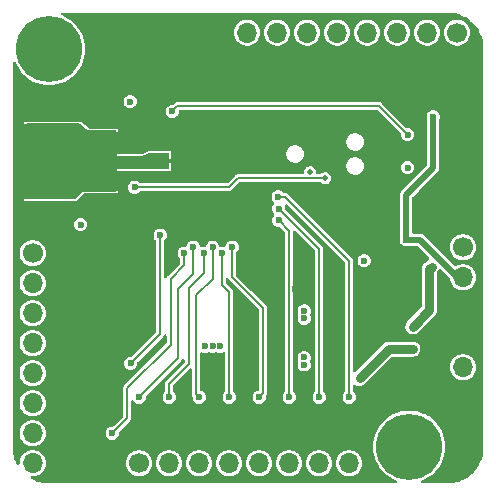
<source format=gbl>
%TF.GenerationSoftware,KiCad,Pcbnew,(7.0.0)*%
%TF.CreationDate,2023-02-19T00:42:13-05:00*%
%TF.ProjectId,CANBoard,43414e42-6f61-4726-942e-6b696361645f,v1*%
%TF.SameCoordinates,Original*%
%TF.FileFunction,Copper,L4,Bot*%
%TF.FilePolarity,Positive*%
%FSLAX46Y46*%
G04 Gerber Fmt 4.6, Leading zero omitted, Abs format (unit mm)*
G04 Created by KiCad (PCBNEW (7.0.0)) date 2023-02-19 00:42:13*
%MOMM*%
%LPD*%
G01*
G04 APERTURE LIST*
%TA.AperFunction,ComponentPad*%
%ADD10O,1.700000X1.700000*%
%TD*%
%TA.AperFunction,ComponentPad*%
%ADD11C,1.700000*%
%TD*%
%TA.AperFunction,ComponentPad*%
%ADD12C,5.600000*%
%TD*%
%TA.AperFunction,ViaPad*%
%ADD13C,0.508000*%
%TD*%
%TA.AperFunction,ViaPad*%
%ADD14C,0.600000*%
%TD*%
%TA.AperFunction,Conductor*%
%ADD15C,0.152400*%
%TD*%
%TA.AperFunction,Conductor*%
%ADD16C,0.508000*%
%TD*%
%TA.AperFunction,Conductor*%
%ADD17C,0.762000*%
%TD*%
G04 APERTURE END LIST*
D10*
X146557999Y-101218999D03*
X144017999Y-101218999D03*
X141477999Y-101218999D03*
X138937999Y-101218999D03*
X136397999Y-101218999D03*
X133857999Y-101218999D03*
X131317999Y-101218999D03*
D11*
X128778000Y-101219000D03*
D12*
X151638000Y-99822000D03*
X121158000Y-66167000D03*
D10*
X137921999Y-64769999D03*
X140461999Y-64769999D03*
X143001999Y-64769999D03*
X145541999Y-64769999D03*
X148081999Y-64769999D03*
X150621999Y-64769999D03*
X153161999Y-64769999D03*
D11*
X155702000Y-64770000D03*
D10*
X156209999Y-100710999D03*
X156209999Y-98170999D03*
X156209999Y-95630999D03*
X156209999Y-93090999D03*
X156209999Y-90550999D03*
X156209999Y-88010999D03*
X156209999Y-85470999D03*
D11*
X156210000Y-82931000D03*
D10*
X119760999Y-101218999D03*
X119760999Y-98678999D03*
X119760999Y-96138999D03*
X119760999Y-93598999D03*
X119760999Y-91058999D03*
X119760999Y-88518999D03*
X119760999Y-85978999D03*
D11*
X119761000Y-83439000D03*
D13*
X143256000Y-76581000D03*
X144526000Y-77089000D03*
D14*
X142748000Y-92265500D03*
X142748000Y-88328500D03*
X142748000Y-92900500D03*
X142748000Y-88963500D03*
X129006600Y-74752200D03*
X128524000Y-76885800D03*
X127304800Y-76885800D03*
X142494000Y-68580000D03*
X137185400Y-94945200D03*
X137820400Y-94945200D03*
X138455400Y-94945200D03*
X124739400Y-72593200D03*
X127203200Y-78562200D03*
X127279400Y-74752200D03*
X127203200Y-72694800D03*
X123952000Y-72072500D03*
X141986000Y-86487000D03*
X127635000Y-91059000D03*
X135636000Y-68580000D03*
X144526000Y-80264000D03*
X137160000Y-79883000D03*
X118770400Y-79222600D03*
X121564400Y-72009000D03*
X126238000Y-100711000D03*
X149352000Y-68580000D03*
X132080000Y-74676000D03*
X121539000Y-82677000D03*
X121031000Y-79324200D03*
X118770400Y-72110600D03*
X124256800Y-78663800D03*
X156210000Y-68580000D03*
X125349000Y-71564508D03*
X123571000Y-79273400D03*
X136525000Y-65024000D03*
X118694200Y-75438000D03*
X127635000Y-85725000D03*
D13*
X148590000Y-75057000D03*
D14*
X128397000Y-77851000D03*
X135001000Y-91313000D03*
X135636000Y-91313000D03*
X128016000Y-70612000D03*
X147828000Y-84074000D03*
X134366000Y-91313000D03*
X123825000Y-81026000D03*
X151511000Y-76200000D03*
X130556000Y-81915000D03*
X128066693Y-92760692D03*
X126492000Y-98679000D03*
X132588000Y-83439000D03*
X153670000Y-71882000D03*
X151384000Y-82296000D03*
X147447000Y-94043500D03*
X151955500Y-91567000D03*
X133350000Y-82931000D03*
X128778000Y-95631000D03*
X134239000Y-83439000D03*
X131318000Y-95631000D03*
X133858000Y-95631000D03*
X135001000Y-82931000D03*
X136398000Y-95631000D03*
X135763000Y-83439000D03*
X138938000Y-95631000D03*
X136652000Y-82931000D03*
X140588960Y-80670000D03*
X141478000Y-95631000D03*
X140590633Y-79669990D03*
X144018000Y-95631000D03*
X140546815Y-78670938D03*
X146558000Y-95631000D03*
X153543000Y-84582000D03*
X151955500Y-89662000D03*
X131572000Y-71437500D03*
X151511000Y-73406000D03*
D15*
X137160000Y-77089000D02*
X144526000Y-77089000D01*
X136398000Y-77851000D02*
X128397000Y-77851000D01*
X136398000Y-77851000D02*
X137160000Y-77089000D01*
X130556000Y-81915000D02*
X130556000Y-90271385D01*
X130556000Y-90271385D02*
X128066693Y-92760692D01*
X127762000Y-97409000D02*
X127762000Y-94869000D01*
X126492000Y-98679000D02*
X127762000Y-97409000D01*
X131445000Y-91186000D02*
X131445000Y-85598000D01*
X131445000Y-85598000D02*
X132588000Y-84455000D01*
X132588000Y-84455000D02*
X132588000Y-83439000D01*
X127762000Y-94869000D02*
X131445000Y-91186000D01*
D16*
X153670000Y-76200000D02*
X151384000Y-78486000D01*
X151384000Y-78486000D02*
X151384000Y-82296000D01*
X151384000Y-82296000D02*
X152527000Y-82296000D01*
X153670000Y-71882000D02*
X153670000Y-76200000D01*
X152527000Y-82296000D02*
X156210000Y-85979000D01*
D17*
X149923500Y-91567000D02*
X147447000Y-94043500D01*
X151955500Y-91567000D02*
X149923500Y-91567000D01*
D15*
X132080000Y-92329000D02*
X128778000Y-95631000D01*
X133350000Y-82931000D02*
X133350000Y-85217000D01*
X133350000Y-85217000D02*
X132080000Y-86487000D01*
X132080000Y-86487000D02*
X132080000Y-92329000D01*
X132969000Y-86360000D02*
X134239000Y-85090000D01*
X132969000Y-92837000D02*
X132969000Y-86360000D01*
X131318000Y-94488000D02*
X132969000Y-92837000D01*
X131318000Y-95631000D02*
X131318000Y-94488000D01*
X134239000Y-85090000D02*
X134239000Y-83439000D01*
X135001000Y-82931000D02*
X135001000Y-85598000D01*
X133600000Y-86999000D02*
X133600000Y-95373000D01*
X135001000Y-85598000D02*
X133600000Y-86999000D01*
X133600000Y-95373000D02*
X133858000Y-95631000D01*
X136398000Y-95631000D02*
X136398000Y-86741000D01*
X135763000Y-86106000D02*
X135763000Y-83439000D01*
X136398000Y-86741000D02*
X135763000Y-86106000D01*
X139300000Y-95269000D02*
X138938000Y-95631000D01*
X139300000Y-88119000D02*
X139300000Y-95269000D01*
X136652000Y-82931000D02*
X136652000Y-85471000D01*
X136652000Y-85471000D02*
X139300000Y-88119000D01*
X141478000Y-95631000D02*
X141478000Y-81559040D01*
X141478000Y-81559040D02*
X140588960Y-80670000D01*
X144018000Y-83097357D02*
X140590633Y-79669990D01*
X144018000Y-95631000D02*
X144018000Y-83097357D01*
X141112500Y-78670938D02*
X140546815Y-78670938D01*
X146558000Y-84116438D02*
X141112500Y-78670938D01*
X146558000Y-95631000D02*
X146558000Y-84116438D01*
D17*
X153352500Y-88265000D02*
X153352500Y-84772500D01*
X151955500Y-89662000D02*
X153352500Y-88265000D01*
X153352500Y-84772500D02*
X153543000Y-84582000D01*
D15*
X132016500Y-70993000D02*
X149098000Y-70993000D01*
X149098000Y-70993000D02*
X151511000Y-73406000D01*
X131572000Y-71437500D02*
X132016500Y-70993000D01*
%TA.AperFunction,Conductor*%
G36*
X154903300Y-63075673D02*
G01*
X155061564Y-63083967D01*
X155209545Y-63091723D01*
X155222661Y-63093100D01*
X155436206Y-63126923D01*
X155522307Y-63140560D01*
X155535207Y-63143302D01*
X155828248Y-63221822D01*
X155840790Y-63225897D01*
X156124014Y-63334617D01*
X156136046Y-63339973D01*
X156406376Y-63477713D01*
X156417785Y-63484300D01*
X156672223Y-63649534D01*
X156682877Y-63657275D01*
X156831315Y-63777477D01*
X156918660Y-63848207D01*
X156928461Y-63857033D01*
X157142966Y-64071538D01*
X157151792Y-64081339D01*
X157342719Y-64317115D01*
X157350470Y-64327784D01*
X157515695Y-64582208D01*
X157522290Y-64593630D01*
X157660022Y-64863945D01*
X157665386Y-64875994D01*
X157774101Y-65159208D01*
X157778177Y-65171751D01*
X157856697Y-65464792D01*
X157859439Y-65477692D01*
X157906898Y-65777337D01*
X157908276Y-65790453D01*
X157924327Y-66096699D01*
X157924500Y-66103294D01*
X157924500Y-99896706D01*
X157924327Y-99903301D01*
X157908276Y-100209546D01*
X157906898Y-100222662D01*
X157859439Y-100522307D01*
X157856697Y-100535207D01*
X157778177Y-100828248D01*
X157774101Y-100840791D01*
X157665386Y-101124005D01*
X157660022Y-101136054D01*
X157522290Y-101406369D01*
X157515695Y-101417791D01*
X157350470Y-101672215D01*
X157342719Y-101682884D01*
X157151792Y-101918660D01*
X157142966Y-101928461D01*
X156928461Y-102142966D01*
X156918660Y-102151792D01*
X156682884Y-102342719D01*
X156672215Y-102350470D01*
X156417791Y-102515695D01*
X156406369Y-102522290D01*
X156136054Y-102660022D01*
X156124005Y-102665386D01*
X155840791Y-102774101D01*
X155828248Y-102778177D01*
X155535207Y-102856697D01*
X155522307Y-102859439D01*
X155222662Y-102906898D01*
X155209546Y-102908276D01*
X154903301Y-102924327D01*
X154896706Y-102924500D01*
X152763142Y-102924500D01*
X152697307Y-102905933D01*
X152650875Y-102855703D01*
X152637530Y-102788614D01*
X152661206Y-102724439D01*
X152714924Y-102682091D01*
X152768203Y-102660022D01*
X152965386Y-102578346D01*
X153265653Y-102412394D01*
X153545450Y-102213867D01*
X153801261Y-101985261D01*
X154029867Y-101729450D01*
X154228394Y-101449653D01*
X154394346Y-101149386D01*
X154525635Y-100832427D01*
X154620610Y-100502761D01*
X154678077Y-100164534D01*
X154697313Y-99822000D01*
X154678077Y-99479466D01*
X154620610Y-99141239D01*
X154525635Y-98811573D01*
X154394346Y-98494614D01*
X154277682Y-98283526D01*
X154230101Y-98197435D01*
X154230098Y-98197430D01*
X154228394Y-98194347D01*
X154029867Y-97914550D01*
X153801261Y-97658739D01*
X153690713Y-97559948D01*
X153548073Y-97432477D01*
X153548072Y-97432476D01*
X153545450Y-97430133D01*
X153541440Y-97427288D01*
X153282416Y-97243500D01*
X153265653Y-97231606D01*
X153262574Y-97229904D01*
X153262564Y-97229898D01*
X152968482Y-97067365D01*
X152968480Y-97067364D01*
X152965386Y-97065654D01*
X152855803Y-97020263D01*
X152651695Y-96935718D01*
X152651684Y-96935714D01*
X152648427Y-96934365D01*
X152558764Y-96908533D01*
X152322151Y-96840366D01*
X152322140Y-96840363D01*
X152318761Y-96839390D01*
X152315297Y-96838801D01*
X152315282Y-96838798D01*
X151984018Y-96782514D01*
X151984001Y-96782512D01*
X151980534Y-96781923D01*
X151977019Y-96781725D01*
X151977005Y-96781724D01*
X151641526Y-96762885D01*
X151638000Y-96762687D01*
X151634474Y-96762885D01*
X151298994Y-96781724D01*
X151298978Y-96781725D01*
X151295466Y-96781923D01*
X151292000Y-96782511D01*
X151291981Y-96782514D01*
X150960717Y-96838798D01*
X150960698Y-96838802D01*
X150957239Y-96839390D01*
X150953863Y-96840362D01*
X150953848Y-96840366D01*
X150630971Y-96933386D01*
X150627573Y-96934365D01*
X150624320Y-96935712D01*
X150624304Y-96935718D01*
X150313882Y-97064300D01*
X150313876Y-97064302D01*
X150310614Y-97065654D01*
X150307526Y-97067360D01*
X150307517Y-97067365D01*
X150013435Y-97229898D01*
X150013417Y-97229908D01*
X150010347Y-97231606D01*
X150007478Y-97233641D01*
X150007471Y-97233646D01*
X149733418Y-97428097D01*
X149733406Y-97428106D01*
X149730550Y-97430133D01*
X149727935Y-97432469D01*
X149727926Y-97432477D01*
X149477362Y-97656394D01*
X149477353Y-97656402D01*
X149474739Y-97658739D01*
X149472402Y-97661353D01*
X149472394Y-97661362D01*
X149248477Y-97911926D01*
X149248469Y-97911935D01*
X149246133Y-97914550D01*
X149244106Y-97917406D01*
X149244097Y-97917418D01*
X149049646Y-98191471D01*
X149049641Y-98191478D01*
X149047606Y-98194347D01*
X149045908Y-98197417D01*
X149045898Y-98197435D01*
X148883365Y-98491517D01*
X148883360Y-98491526D01*
X148881654Y-98494614D01*
X148880302Y-98497876D01*
X148880300Y-98497882D01*
X148751718Y-98808304D01*
X148751712Y-98808320D01*
X148750365Y-98811573D01*
X148749386Y-98814970D01*
X148749386Y-98814971D01*
X148656366Y-99137848D01*
X148656362Y-99137863D01*
X148655390Y-99141239D01*
X148654802Y-99144698D01*
X148654798Y-99144717D01*
X148598514Y-99475981D01*
X148598511Y-99476000D01*
X148597923Y-99479466D01*
X148597725Y-99482978D01*
X148597724Y-99482994D01*
X148582961Y-99745888D01*
X148578687Y-99822000D01*
X148578885Y-99825526D01*
X148597724Y-100161005D01*
X148597725Y-100161019D01*
X148597923Y-100164534D01*
X148598512Y-100168001D01*
X148598514Y-100168018D01*
X148654798Y-100499282D01*
X148654801Y-100499297D01*
X148655390Y-100502761D01*
X148656363Y-100506140D01*
X148656366Y-100506151D01*
X148718842Y-100723008D01*
X148750365Y-100832427D01*
X148751714Y-100835684D01*
X148751718Y-100835695D01*
X148828468Y-101020984D01*
X148881654Y-101149386D01*
X148883364Y-101152480D01*
X148883365Y-101152482D01*
X149045898Y-101446564D01*
X149045904Y-101446574D01*
X149047606Y-101449653D01*
X149049646Y-101452528D01*
X149213092Y-101682884D01*
X149246133Y-101729450D01*
X149474739Y-101985261D01*
X149730550Y-102213867D01*
X150010347Y-102412394D01*
X150013430Y-102414098D01*
X150013435Y-102414101D01*
X150154758Y-102492207D01*
X150310614Y-102578346D01*
X150507797Y-102660022D01*
X150561076Y-102682091D01*
X150614794Y-102724439D01*
X150638470Y-102788614D01*
X150625125Y-102855703D01*
X150578693Y-102905933D01*
X150512858Y-102924500D01*
X121103294Y-102924500D01*
X121096699Y-102924327D01*
X120790453Y-102908276D01*
X120777337Y-102906898D01*
X120477692Y-102859439D01*
X120464792Y-102856697D01*
X120171751Y-102778177D01*
X120159208Y-102774101D01*
X119875994Y-102665386D01*
X119863945Y-102660022D01*
X119671108Y-102561767D01*
X119621926Y-102517014D01*
X119602373Y-102453458D01*
X119617896Y-102388799D01*
X119664172Y-102341047D01*
X119728311Y-102323500D01*
X119857519Y-102323500D01*
X119863347Y-102323500D01*
X120064556Y-102285888D01*
X120255427Y-102211944D01*
X120429462Y-102104186D01*
X120580732Y-101966285D01*
X120704088Y-101802935D01*
X120795328Y-101619701D01*
X120851345Y-101422821D01*
X120870232Y-101219000D01*
X127668768Y-101219000D01*
X127669306Y-101224806D01*
X127687116Y-101417015D01*
X127687117Y-101417025D01*
X127687655Y-101422821D01*
X127743672Y-101619701D01*
X127834912Y-101802935D01*
X127838421Y-101807582D01*
X127838422Y-101807583D01*
X127954755Y-101961634D01*
X127954759Y-101961638D01*
X127958268Y-101966285D01*
X127962570Y-101970207D01*
X127962573Y-101970210D01*
X128050466Y-102050335D01*
X128109538Y-102104186D01*
X128283573Y-102211944D01*
X128474444Y-102285888D01*
X128675653Y-102323500D01*
X128874519Y-102323500D01*
X128880347Y-102323500D01*
X129081556Y-102285888D01*
X129272427Y-102211944D01*
X129446462Y-102104186D01*
X129597732Y-101966285D01*
X129721088Y-101802935D01*
X129812328Y-101619701D01*
X129868345Y-101422821D01*
X129887232Y-101219000D01*
X130208768Y-101219000D01*
X130209306Y-101224806D01*
X130227116Y-101417015D01*
X130227117Y-101417025D01*
X130227655Y-101422821D01*
X130283672Y-101619701D01*
X130374912Y-101802935D01*
X130378421Y-101807582D01*
X130378422Y-101807583D01*
X130494755Y-101961634D01*
X130494759Y-101961638D01*
X130498268Y-101966285D01*
X130502570Y-101970207D01*
X130502573Y-101970210D01*
X130590466Y-102050335D01*
X130649538Y-102104186D01*
X130823573Y-102211944D01*
X131014444Y-102285888D01*
X131215653Y-102323500D01*
X131414519Y-102323500D01*
X131420347Y-102323500D01*
X131621556Y-102285888D01*
X131812427Y-102211944D01*
X131986462Y-102104186D01*
X132137732Y-101966285D01*
X132261088Y-101802935D01*
X132352328Y-101619701D01*
X132408345Y-101422821D01*
X132427232Y-101219000D01*
X132748768Y-101219000D01*
X132749306Y-101224806D01*
X132767116Y-101417015D01*
X132767117Y-101417025D01*
X132767655Y-101422821D01*
X132823672Y-101619701D01*
X132914912Y-101802935D01*
X132918421Y-101807582D01*
X132918422Y-101807583D01*
X133034755Y-101961634D01*
X133034759Y-101961638D01*
X133038268Y-101966285D01*
X133042570Y-101970207D01*
X133042573Y-101970210D01*
X133130466Y-102050335D01*
X133189538Y-102104186D01*
X133363573Y-102211944D01*
X133554444Y-102285888D01*
X133755653Y-102323500D01*
X133954519Y-102323500D01*
X133960347Y-102323500D01*
X134161556Y-102285888D01*
X134352427Y-102211944D01*
X134526462Y-102104186D01*
X134677732Y-101966285D01*
X134801088Y-101802935D01*
X134892328Y-101619701D01*
X134948345Y-101422821D01*
X134967232Y-101219000D01*
X135288768Y-101219000D01*
X135289306Y-101224806D01*
X135307116Y-101417015D01*
X135307117Y-101417025D01*
X135307655Y-101422821D01*
X135363672Y-101619701D01*
X135454912Y-101802935D01*
X135458421Y-101807582D01*
X135458422Y-101807583D01*
X135574755Y-101961634D01*
X135574759Y-101961638D01*
X135578268Y-101966285D01*
X135582570Y-101970207D01*
X135582573Y-101970210D01*
X135670466Y-102050335D01*
X135729538Y-102104186D01*
X135903573Y-102211944D01*
X136094444Y-102285888D01*
X136295653Y-102323500D01*
X136494519Y-102323500D01*
X136500347Y-102323500D01*
X136701556Y-102285888D01*
X136892427Y-102211944D01*
X137066462Y-102104186D01*
X137217732Y-101966285D01*
X137341088Y-101802935D01*
X137432328Y-101619701D01*
X137488345Y-101422821D01*
X137507232Y-101219000D01*
X137828768Y-101219000D01*
X137829306Y-101224806D01*
X137847116Y-101417015D01*
X137847117Y-101417025D01*
X137847655Y-101422821D01*
X137903672Y-101619701D01*
X137994912Y-101802935D01*
X137998421Y-101807582D01*
X137998422Y-101807583D01*
X138114755Y-101961634D01*
X138114759Y-101961638D01*
X138118268Y-101966285D01*
X138122570Y-101970207D01*
X138122573Y-101970210D01*
X138210466Y-102050335D01*
X138269538Y-102104186D01*
X138443573Y-102211944D01*
X138634444Y-102285888D01*
X138835653Y-102323500D01*
X139034519Y-102323500D01*
X139040347Y-102323500D01*
X139241556Y-102285888D01*
X139432427Y-102211944D01*
X139606462Y-102104186D01*
X139757732Y-101966285D01*
X139881088Y-101802935D01*
X139972328Y-101619701D01*
X140028345Y-101422821D01*
X140047232Y-101219000D01*
X140368768Y-101219000D01*
X140369306Y-101224806D01*
X140387116Y-101417015D01*
X140387117Y-101417025D01*
X140387655Y-101422821D01*
X140443672Y-101619701D01*
X140534912Y-101802935D01*
X140538421Y-101807582D01*
X140538422Y-101807583D01*
X140654755Y-101961634D01*
X140654759Y-101961638D01*
X140658268Y-101966285D01*
X140662570Y-101970207D01*
X140662573Y-101970210D01*
X140750466Y-102050335D01*
X140809538Y-102104186D01*
X140983573Y-102211944D01*
X141174444Y-102285888D01*
X141375653Y-102323500D01*
X141574519Y-102323500D01*
X141580347Y-102323500D01*
X141781556Y-102285888D01*
X141972427Y-102211944D01*
X142146462Y-102104186D01*
X142297732Y-101966285D01*
X142421088Y-101802935D01*
X142512328Y-101619701D01*
X142568345Y-101422821D01*
X142587232Y-101219000D01*
X142908768Y-101219000D01*
X142909306Y-101224806D01*
X142927116Y-101417015D01*
X142927117Y-101417025D01*
X142927655Y-101422821D01*
X142983672Y-101619701D01*
X143074912Y-101802935D01*
X143078421Y-101807582D01*
X143078422Y-101807583D01*
X143194755Y-101961634D01*
X143194759Y-101961638D01*
X143198268Y-101966285D01*
X143202570Y-101970207D01*
X143202573Y-101970210D01*
X143290466Y-102050335D01*
X143349538Y-102104186D01*
X143523573Y-102211944D01*
X143714444Y-102285888D01*
X143915653Y-102323500D01*
X144114519Y-102323500D01*
X144120347Y-102323500D01*
X144321556Y-102285888D01*
X144512427Y-102211944D01*
X144686462Y-102104186D01*
X144837732Y-101966285D01*
X144961088Y-101802935D01*
X145052328Y-101619701D01*
X145108345Y-101422821D01*
X145127232Y-101219000D01*
X145448768Y-101219000D01*
X145449306Y-101224806D01*
X145467116Y-101417015D01*
X145467117Y-101417025D01*
X145467655Y-101422821D01*
X145523672Y-101619701D01*
X145614912Y-101802935D01*
X145618421Y-101807582D01*
X145618422Y-101807583D01*
X145734755Y-101961634D01*
X145734759Y-101961638D01*
X145738268Y-101966285D01*
X145742570Y-101970207D01*
X145742573Y-101970210D01*
X145830466Y-102050335D01*
X145889538Y-102104186D01*
X146063573Y-102211944D01*
X146254444Y-102285888D01*
X146455653Y-102323500D01*
X146654519Y-102323500D01*
X146660347Y-102323500D01*
X146861556Y-102285888D01*
X147052427Y-102211944D01*
X147226462Y-102104186D01*
X147377732Y-101966285D01*
X147501088Y-101802935D01*
X147592328Y-101619701D01*
X147648345Y-101422821D01*
X147667232Y-101219000D01*
X147648345Y-101015179D01*
X147592328Y-100818299D01*
X147501088Y-100635065D01*
X147425679Y-100535207D01*
X147381244Y-100476365D01*
X147381241Y-100476361D01*
X147377732Y-100471715D01*
X147373429Y-100467792D01*
X147373426Y-100467789D01*
X147230764Y-100337736D01*
X147230765Y-100337736D01*
X147226462Y-100333814D01*
X147221512Y-100330749D01*
X147221508Y-100330746D01*
X147057387Y-100229127D01*
X147057386Y-100229126D01*
X147052427Y-100226056D01*
X147009810Y-100209546D01*
X146866989Y-100154216D01*
X146866981Y-100154213D01*
X146861556Y-100152112D01*
X146855839Y-100151043D01*
X146855831Y-100151041D01*
X146666073Y-100115570D01*
X146666069Y-100115569D01*
X146660347Y-100114500D01*
X146455653Y-100114500D01*
X146449931Y-100115569D01*
X146449926Y-100115570D01*
X146260168Y-100151041D01*
X146260157Y-100151043D01*
X146254444Y-100152112D01*
X146249021Y-100154212D01*
X146249010Y-100154216D01*
X146069011Y-100223949D01*
X146069008Y-100223950D01*
X146063573Y-100226056D01*
X146058617Y-100229124D01*
X146058612Y-100229127D01*
X145894491Y-100330746D01*
X145894481Y-100330752D01*
X145889538Y-100333814D01*
X145885239Y-100337732D01*
X145885235Y-100337736D01*
X145742573Y-100467789D01*
X145742565Y-100467797D01*
X145738268Y-100471715D01*
X145734763Y-100476355D01*
X145734755Y-100476365D01*
X145618422Y-100630416D01*
X145618418Y-100630421D01*
X145614912Y-100635065D01*
X145612317Y-100640274D01*
X145612314Y-100640281D01*
X145571121Y-100723008D01*
X145523672Y-100818299D01*
X145522078Y-100823899D01*
X145522076Y-100823906D01*
X145518722Y-100835695D01*
X145467655Y-101015179D01*
X145467118Y-101020972D01*
X145467116Y-101020984D01*
X145454932Y-101152482D01*
X145448768Y-101219000D01*
X145127232Y-101219000D01*
X145108345Y-101015179D01*
X145052328Y-100818299D01*
X144961088Y-100635065D01*
X144885679Y-100535207D01*
X144841244Y-100476365D01*
X144841241Y-100476361D01*
X144837732Y-100471715D01*
X144833429Y-100467792D01*
X144833426Y-100467789D01*
X144690764Y-100337736D01*
X144690765Y-100337736D01*
X144686462Y-100333814D01*
X144681512Y-100330749D01*
X144681508Y-100330746D01*
X144517387Y-100229127D01*
X144517386Y-100229126D01*
X144512427Y-100226056D01*
X144469810Y-100209546D01*
X144326989Y-100154216D01*
X144326981Y-100154213D01*
X144321556Y-100152112D01*
X144315839Y-100151043D01*
X144315831Y-100151041D01*
X144126073Y-100115570D01*
X144126069Y-100115569D01*
X144120347Y-100114500D01*
X143915653Y-100114500D01*
X143909931Y-100115569D01*
X143909926Y-100115570D01*
X143720168Y-100151041D01*
X143720157Y-100151043D01*
X143714444Y-100152112D01*
X143709021Y-100154212D01*
X143709010Y-100154216D01*
X143529011Y-100223949D01*
X143529008Y-100223950D01*
X143523573Y-100226056D01*
X143518617Y-100229124D01*
X143518612Y-100229127D01*
X143354491Y-100330746D01*
X143354481Y-100330752D01*
X143349538Y-100333814D01*
X143345239Y-100337732D01*
X143345235Y-100337736D01*
X143202573Y-100467789D01*
X143202565Y-100467797D01*
X143198268Y-100471715D01*
X143194763Y-100476355D01*
X143194755Y-100476365D01*
X143078422Y-100630416D01*
X143078418Y-100630421D01*
X143074912Y-100635065D01*
X143072317Y-100640274D01*
X143072314Y-100640281D01*
X143031121Y-100723008D01*
X142983672Y-100818299D01*
X142982078Y-100823899D01*
X142982076Y-100823906D01*
X142978722Y-100835695D01*
X142927655Y-101015179D01*
X142927118Y-101020972D01*
X142927116Y-101020984D01*
X142914932Y-101152482D01*
X142908768Y-101219000D01*
X142587232Y-101219000D01*
X142568345Y-101015179D01*
X142512328Y-100818299D01*
X142421088Y-100635065D01*
X142345679Y-100535207D01*
X142301244Y-100476365D01*
X142301241Y-100476361D01*
X142297732Y-100471715D01*
X142293429Y-100467792D01*
X142293426Y-100467789D01*
X142150764Y-100337736D01*
X142150765Y-100337736D01*
X142146462Y-100333814D01*
X142141512Y-100330749D01*
X142141508Y-100330746D01*
X141977387Y-100229127D01*
X141977386Y-100229126D01*
X141972427Y-100226056D01*
X141929810Y-100209546D01*
X141786989Y-100154216D01*
X141786981Y-100154213D01*
X141781556Y-100152112D01*
X141775839Y-100151043D01*
X141775831Y-100151041D01*
X141586073Y-100115570D01*
X141586069Y-100115569D01*
X141580347Y-100114500D01*
X141375653Y-100114500D01*
X141369931Y-100115569D01*
X141369926Y-100115570D01*
X141180168Y-100151041D01*
X141180157Y-100151043D01*
X141174444Y-100152112D01*
X141169021Y-100154212D01*
X141169010Y-100154216D01*
X140989011Y-100223949D01*
X140989008Y-100223950D01*
X140983573Y-100226056D01*
X140978617Y-100229124D01*
X140978612Y-100229127D01*
X140814491Y-100330746D01*
X140814481Y-100330752D01*
X140809538Y-100333814D01*
X140805239Y-100337732D01*
X140805235Y-100337736D01*
X140662573Y-100467789D01*
X140662565Y-100467797D01*
X140658268Y-100471715D01*
X140654763Y-100476355D01*
X140654755Y-100476365D01*
X140538422Y-100630416D01*
X140538418Y-100630421D01*
X140534912Y-100635065D01*
X140532317Y-100640274D01*
X140532314Y-100640281D01*
X140491121Y-100723008D01*
X140443672Y-100818299D01*
X140442078Y-100823899D01*
X140442076Y-100823906D01*
X140438722Y-100835695D01*
X140387655Y-101015179D01*
X140387118Y-101020972D01*
X140387116Y-101020984D01*
X140374932Y-101152482D01*
X140368768Y-101219000D01*
X140047232Y-101219000D01*
X140028345Y-101015179D01*
X139972328Y-100818299D01*
X139881088Y-100635065D01*
X139805679Y-100535207D01*
X139761244Y-100476365D01*
X139761241Y-100476361D01*
X139757732Y-100471715D01*
X139753429Y-100467792D01*
X139753426Y-100467789D01*
X139610764Y-100337736D01*
X139610765Y-100337736D01*
X139606462Y-100333814D01*
X139601512Y-100330749D01*
X139601508Y-100330746D01*
X139437387Y-100229127D01*
X139437386Y-100229126D01*
X139432427Y-100226056D01*
X139389810Y-100209546D01*
X139246989Y-100154216D01*
X139246981Y-100154213D01*
X139241556Y-100152112D01*
X139235839Y-100151043D01*
X139235831Y-100151041D01*
X139046073Y-100115570D01*
X139046069Y-100115569D01*
X139040347Y-100114500D01*
X138835653Y-100114500D01*
X138829931Y-100115569D01*
X138829926Y-100115570D01*
X138640168Y-100151041D01*
X138640157Y-100151043D01*
X138634444Y-100152112D01*
X138629021Y-100154212D01*
X138629010Y-100154216D01*
X138449011Y-100223949D01*
X138449008Y-100223950D01*
X138443573Y-100226056D01*
X138438617Y-100229124D01*
X138438612Y-100229127D01*
X138274491Y-100330746D01*
X138274481Y-100330752D01*
X138269538Y-100333814D01*
X138265239Y-100337732D01*
X138265235Y-100337736D01*
X138122573Y-100467789D01*
X138122565Y-100467797D01*
X138118268Y-100471715D01*
X138114763Y-100476355D01*
X138114755Y-100476365D01*
X137998422Y-100630416D01*
X137998418Y-100630421D01*
X137994912Y-100635065D01*
X137992317Y-100640274D01*
X137992314Y-100640281D01*
X137951121Y-100723008D01*
X137903672Y-100818299D01*
X137902078Y-100823899D01*
X137902076Y-100823906D01*
X137898722Y-100835695D01*
X137847655Y-101015179D01*
X137847118Y-101020972D01*
X137847116Y-101020984D01*
X137834932Y-101152482D01*
X137828768Y-101219000D01*
X137507232Y-101219000D01*
X137488345Y-101015179D01*
X137432328Y-100818299D01*
X137341088Y-100635065D01*
X137265679Y-100535207D01*
X137221244Y-100476365D01*
X137221241Y-100476361D01*
X137217732Y-100471715D01*
X137213429Y-100467792D01*
X137213426Y-100467789D01*
X137070764Y-100337736D01*
X137070765Y-100337736D01*
X137066462Y-100333814D01*
X137061512Y-100330749D01*
X137061508Y-100330746D01*
X136897387Y-100229127D01*
X136897386Y-100229126D01*
X136892427Y-100226056D01*
X136849810Y-100209546D01*
X136706989Y-100154216D01*
X136706981Y-100154213D01*
X136701556Y-100152112D01*
X136695839Y-100151043D01*
X136695831Y-100151041D01*
X136506073Y-100115570D01*
X136506069Y-100115569D01*
X136500347Y-100114500D01*
X136295653Y-100114500D01*
X136289931Y-100115569D01*
X136289926Y-100115570D01*
X136100168Y-100151041D01*
X136100157Y-100151043D01*
X136094444Y-100152112D01*
X136089021Y-100154212D01*
X136089010Y-100154216D01*
X135909011Y-100223949D01*
X135909008Y-100223950D01*
X135903573Y-100226056D01*
X135898617Y-100229124D01*
X135898612Y-100229127D01*
X135734491Y-100330746D01*
X135734481Y-100330752D01*
X135729538Y-100333814D01*
X135725239Y-100337732D01*
X135725235Y-100337736D01*
X135582573Y-100467789D01*
X135582565Y-100467797D01*
X135578268Y-100471715D01*
X135574763Y-100476355D01*
X135574755Y-100476365D01*
X135458422Y-100630416D01*
X135458418Y-100630421D01*
X135454912Y-100635065D01*
X135452317Y-100640274D01*
X135452314Y-100640281D01*
X135411121Y-100723008D01*
X135363672Y-100818299D01*
X135362078Y-100823899D01*
X135362076Y-100823906D01*
X135358722Y-100835695D01*
X135307655Y-101015179D01*
X135307118Y-101020972D01*
X135307116Y-101020984D01*
X135294932Y-101152482D01*
X135288768Y-101219000D01*
X134967232Y-101219000D01*
X134948345Y-101015179D01*
X134892328Y-100818299D01*
X134801088Y-100635065D01*
X134725679Y-100535207D01*
X134681244Y-100476365D01*
X134681241Y-100476361D01*
X134677732Y-100471715D01*
X134673429Y-100467792D01*
X134673426Y-100467789D01*
X134530764Y-100337736D01*
X134530765Y-100337736D01*
X134526462Y-100333814D01*
X134521512Y-100330749D01*
X134521508Y-100330746D01*
X134357387Y-100229127D01*
X134357386Y-100229126D01*
X134352427Y-100226056D01*
X134309810Y-100209546D01*
X134166989Y-100154216D01*
X134166981Y-100154213D01*
X134161556Y-100152112D01*
X134155839Y-100151043D01*
X134155831Y-100151041D01*
X133966073Y-100115570D01*
X133966069Y-100115569D01*
X133960347Y-100114500D01*
X133755653Y-100114500D01*
X133749931Y-100115569D01*
X133749926Y-100115570D01*
X133560168Y-100151041D01*
X133560157Y-100151043D01*
X133554444Y-100152112D01*
X133549021Y-100154212D01*
X133549010Y-100154216D01*
X133369011Y-100223949D01*
X133369008Y-100223950D01*
X133363573Y-100226056D01*
X133358617Y-100229124D01*
X133358612Y-100229127D01*
X133194491Y-100330746D01*
X133194481Y-100330752D01*
X133189538Y-100333814D01*
X133185239Y-100337732D01*
X133185235Y-100337736D01*
X133042573Y-100467789D01*
X133042565Y-100467797D01*
X133038268Y-100471715D01*
X133034763Y-100476355D01*
X133034755Y-100476365D01*
X132918422Y-100630416D01*
X132918418Y-100630421D01*
X132914912Y-100635065D01*
X132912317Y-100640274D01*
X132912314Y-100640281D01*
X132871121Y-100723008D01*
X132823672Y-100818299D01*
X132822078Y-100823899D01*
X132822076Y-100823906D01*
X132818722Y-100835695D01*
X132767655Y-101015179D01*
X132767118Y-101020972D01*
X132767116Y-101020984D01*
X132754932Y-101152482D01*
X132748768Y-101219000D01*
X132427232Y-101219000D01*
X132408345Y-101015179D01*
X132352328Y-100818299D01*
X132261088Y-100635065D01*
X132185679Y-100535207D01*
X132141244Y-100476365D01*
X132141241Y-100476361D01*
X132137732Y-100471715D01*
X132133429Y-100467792D01*
X132133426Y-100467789D01*
X131990764Y-100337736D01*
X131990765Y-100337736D01*
X131986462Y-100333814D01*
X131981512Y-100330749D01*
X131981508Y-100330746D01*
X131817387Y-100229127D01*
X131817386Y-100229126D01*
X131812427Y-100226056D01*
X131769810Y-100209546D01*
X131626989Y-100154216D01*
X131626981Y-100154213D01*
X131621556Y-100152112D01*
X131615839Y-100151043D01*
X131615831Y-100151041D01*
X131426073Y-100115570D01*
X131426069Y-100115569D01*
X131420347Y-100114500D01*
X131215653Y-100114500D01*
X131209931Y-100115569D01*
X131209926Y-100115570D01*
X131020168Y-100151041D01*
X131020157Y-100151043D01*
X131014444Y-100152112D01*
X131009021Y-100154212D01*
X131009010Y-100154216D01*
X130829011Y-100223949D01*
X130829008Y-100223950D01*
X130823573Y-100226056D01*
X130818617Y-100229124D01*
X130818612Y-100229127D01*
X130654491Y-100330746D01*
X130654481Y-100330752D01*
X130649538Y-100333814D01*
X130645239Y-100337732D01*
X130645235Y-100337736D01*
X130502573Y-100467789D01*
X130502565Y-100467797D01*
X130498268Y-100471715D01*
X130494763Y-100476355D01*
X130494755Y-100476365D01*
X130378422Y-100630416D01*
X130378418Y-100630421D01*
X130374912Y-100635065D01*
X130372317Y-100640274D01*
X130372314Y-100640281D01*
X130331121Y-100723008D01*
X130283672Y-100818299D01*
X130282078Y-100823899D01*
X130282076Y-100823906D01*
X130278722Y-100835695D01*
X130227655Y-101015179D01*
X130227118Y-101020972D01*
X130227116Y-101020984D01*
X130214932Y-101152482D01*
X130208768Y-101219000D01*
X129887232Y-101219000D01*
X129868345Y-101015179D01*
X129812328Y-100818299D01*
X129721088Y-100635065D01*
X129645679Y-100535207D01*
X129601244Y-100476365D01*
X129601241Y-100476361D01*
X129597732Y-100471715D01*
X129593429Y-100467792D01*
X129593426Y-100467789D01*
X129450764Y-100337736D01*
X129450765Y-100337736D01*
X129446462Y-100333814D01*
X129441512Y-100330749D01*
X129441508Y-100330746D01*
X129277387Y-100229127D01*
X129277386Y-100229126D01*
X129272427Y-100226056D01*
X129229810Y-100209546D01*
X129086989Y-100154216D01*
X129086981Y-100154213D01*
X129081556Y-100152112D01*
X129075839Y-100151043D01*
X129075831Y-100151041D01*
X128886073Y-100115570D01*
X128886069Y-100115569D01*
X128880347Y-100114500D01*
X128675653Y-100114500D01*
X128669931Y-100115569D01*
X128669926Y-100115570D01*
X128480168Y-100151041D01*
X128480157Y-100151043D01*
X128474444Y-100152112D01*
X128469021Y-100154212D01*
X128469010Y-100154216D01*
X128289011Y-100223949D01*
X128289008Y-100223950D01*
X128283573Y-100226056D01*
X128278617Y-100229124D01*
X128278612Y-100229127D01*
X128114491Y-100330746D01*
X128114481Y-100330752D01*
X128109538Y-100333814D01*
X128105239Y-100337732D01*
X128105235Y-100337736D01*
X127962573Y-100467789D01*
X127962565Y-100467797D01*
X127958268Y-100471715D01*
X127954763Y-100476355D01*
X127954755Y-100476365D01*
X127838422Y-100630416D01*
X127838418Y-100630421D01*
X127834912Y-100635065D01*
X127832317Y-100640274D01*
X127832314Y-100640281D01*
X127791121Y-100723008D01*
X127743672Y-100818299D01*
X127742078Y-100823899D01*
X127742076Y-100823906D01*
X127738722Y-100835695D01*
X127687655Y-101015179D01*
X127687118Y-101020972D01*
X127687116Y-101020984D01*
X127674932Y-101152482D01*
X127668768Y-101219000D01*
X120870232Y-101219000D01*
X120851345Y-101015179D01*
X120795328Y-100818299D01*
X120704088Y-100635065D01*
X120628679Y-100535207D01*
X120584244Y-100476365D01*
X120584241Y-100476361D01*
X120580732Y-100471715D01*
X120576429Y-100467792D01*
X120576426Y-100467789D01*
X120433764Y-100337736D01*
X120433765Y-100337736D01*
X120429462Y-100333814D01*
X120424512Y-100330749D01*
X120424508Y-100330746D01*
X120260387Y-100229127D01*
X120260386Y-100229126D01*
X120255427Y-100226056D01*
X120212810Y-100209546D01*
X120069989Y-100154216D01*
X120069981Y-100154213D01*
X120064556Y-100152112D01*
X120058839Y-100151043D01*
X120058831Y-100151041D01*
X119869073Y-100115570D01*
X119869069Y-100115569D01*
X119863347Y-100114500D01*
X119658653Y-100114500D01*
X119652931Y-100115569D01*
X119652926Y-100115570D01*
X119463168Y-100151041D01*
X119463157Y-100151043D01*
X119457444Y-100152112D01*
X119452021Y-100154212D01*
X119452010Y-100154216D01*
X119272011Y-100223949D01*
X119272008Y-100223950D01*
X119266573Y-100226056D01*
X119261617Y-100229124D01*
X119261612Y-100229127D01*
X119097491Y-100330746D01*
X119097481Y-100330752D01*
X119092538Y-100333814D01*
X119088239Y-100337732D01*
X119088235Y-100337736D01*
X118945573Y-100467789D01*
X118945565Y-100467797D01*
X118941268Y-100471715D01*
X118937763Y-100476355D01*
X118937755Y-100476365D01*
X118821422Y-100630416D01*
X118821418Y-100630421D01*
X118817912Y-100635065D01*
X118815317Y-100640274D01*
X118815314Y-100640281D01*
X118774121Y-100723008D01*
X118726672Y-100818299D01*
X118725078Y-100823899D01*
X118725076Y-100823906D01*
X118721722Y-100835695D01*
X118670655Y-101015179D01*
X118670118Y-101020972D01*
X118670116Y-101020984D01*
X118657932Y-101152482D01*
X118651768Y-101219000D01*
X118652264Y-101224357D01*
X118634760Y-101288344D01*
X118587007Y-101334620D01*
X118522348Y-101350143D01*
X118458792Y-101330590D01*
X118414039Y-101281408D01*
X118385199Y-101224806D01*
X118339973Y-101136046D01*
X118334617Y-101124014D01*
X118225897Y-100840790D01*
X118221822Y-100828248D01*
X118217757Y-100813079D01*
X118143302Y-100535207D01*
X118140560Y-100522307D01*
X118093101Y-100222662D01*
X118091723Y-100209545D01*
X118075673Y-99903300D01*
X118075500Y-99896706D01*
X118075500Y-98679000D01*
X118651768Y-98679000D01*
X118652306Y-98684806D01*
X118670116Y-98877015D01*
X118670117Y-98877025D01*
X118670655Y-98882821D01*
X118672249Y-98888426D01*
X118672250Y-98888427D01*
X118694092Y-98965196D01*
X118726672Y-99079701D01*
X118817912Y-99262935D01*
X118821421Y-99267582D01*
X118821422Y-99267583D01*
X118937755Y-99421634D01*
X118937759Y-99421638D01*
X118941268Y-99426285D01*
X118945570Y-99430207D01*
X118945573Y-99430210D01*
X118995782Y-99475981D01*
X119092538Y-99564186D01*
X119266573Y-99671944D01*
X119457444Y-99745888D01*
X119658653Y-99783500D01*
X119857519Y-99783500D01*
X119863347Y-99783500D01*
X120064556Y-99745888D01*
X120255427Y-99671944D01*
X120429462Y-99564186D01*
X120580732Y-99426285D01*
X120704088Y-99262935D01*
X120795328Y-99079701D01*
X120851345Y-98882821D01*
X120870232Y-98679000D01*
X125932715Y-98679000D01*
X125933793Y-98687188D01*
X125950693Y-98815565D01*
X125950694Y-98815571D01*
X125951772Y-98823754D01*
X125954931Y-98831382D01*
X125954932Y-98831383D01*
X126004484Y-98951013D01*
X126004485Y-98951016D01*
X126007645Y-98958643D01*
X126096526Y-99074474D01*
X126212357Y-99163355D01*
X126347246Y-99219228D01*
X126492000Y-99238285D01*
X126636754Y-99219228D01*
X126771643Y-99163355D01*
X126887474Y-99074474D01*
X126976355Y-98958643D01*
X127032228Y-98823754D01*
X127051285Y-98679000D01*
X127048738Y-98659654D01*
X127054347Y-98602707D01*
X127084563Y-98554115D01*
X127981739Y-97656939D01*
X127989835Y-97649521D01*
X128019239Y-97624849D01*
X128038429Y-97591608D01*
X128044322Y-97582359D01*
X128066340Y-97550916D01*
X128069196Y-97540254D01*
X128070765Y-97536890D01*
X128072032Y-97533408D01*
X128077551Y-97523851D01*
X128084217Y-97486036D01*
X128086589Y-97475341D01*
X128096524Y-97438267D01*
X128093179Y-97400032D01*
X128092700Y-97389051D01*
X128092700Y-96019950D01*
X128107969Y-95959828D01*
X128150075Y-95914278D01*
X128208814Y-95894338D01*
X128269948Y-95904843D01*
X128318660Y-95943244D01*
X128382526Y-96026474D01*
X128498357Y-96115355D01*
X128633246Y-96171228D01*
X128778000Y-96190285D01*
X128922754Y-96171228D01*
X129057643Y-96115355D01*
X129173474Y-96026474D01*
X129262355Y-95910643D01*
X129318228Y-95775754D01*
X129337285Y-95631000D01*
X129334738Y-95611654D01*
X129340347Y-95554707D01*
X129370563Y-95506115D01*
X132299739Y-92576939D01*
X132307835Y-92569521D01*
X132337239Y-92544849D01*
X132356429Y-92511608D01*
X132362322Y-92502359D01*
X132384340Y-92470916D01*
X132387196Y-92460253D01*
X132388763Y-92456894D01*
X132390031Y-92453409D01*
X132395551Y-92443851D01*
X132396328Y-92439442D01*
X132434733Y-92386591D01*
X132499135Y-92360575D01*
X132567538Y-92372639D01*
X132619155Y-92419117D01*
X132638300Y-92485885D01*
X132638300Y-92647829D01*
X132628709Y-92696047D01*
X132601395Y-92736924D01*
X131098265Y-94240053D01*
X131090165Y-94247477D01*
X131060761Y-94272151D01*
X131055250Y-94281694D01*
X131055247Y-94281699D01*
X131041570Y-94305387D01*
X131035670Y-94314649D01*
X131013660Y-94346084D01*
X131010808Y-94356724D01*
X131009230Y-94360109D01*
X131007956Y-94363609D01*
X131002449Y-94373149D01*
X131000535Y-94384000D01*
X131000534Y-94384005D01*
X130995783Y-94410946D01*
X130993406Y-94421671D01*
X130986327Y-94448090D01*
X130986326Y-94448093D01*
X130983476Y-94458733D01*
X130984436Y-94469707D01*
X130984436Y-94469709D01*
X130986821Y-94496968D01*
X130987300Y-94507949D01*
X130987300Y-95123687D01*
X130974306Y-95179415D01*
X130938006Y-95223647D01*
X130922526Y-95235526D01*
X130917500Y-95242075D01*
X130917499Y-95242077D01*
X130838671Y-95344807D01*
X130838668Y-95344810D01*
X130833645Y-95351358D01*
X130830486Y-95358983D01*
X130830485Y-95358986D01*
X130780930Y-95478619D01*
X130780927Y-95478627D01*
X130777772Y-95486246D01*
X130776694Y-95494427D01*
X130776694Y-95494431D01*
X130769372Y-95550051D01*
X130758715Y-95631000D01*
X130759793Y-95639188D01*
X130776693Y-95767565D01*
X130776694Y-95767571D01*
X130777772Y-95775754D01*
X130780931Y-95783382D01*
X130780932Y-95783383D01*
X130830484Y-95903013D01*
X130830485Y-95903016D01*
X130833645Y-95910643D01*
X130838671Y-95917194D01*
X130838673Y-95917196D01*
X130871386Y-95959828D01*
X130922526Y-96026474D01*
X131038357Y-96115355D01*
X131173246Y-96171228D01*
X131318000Y-96190285D01*
X131462754Y-96171228D01*
X131597643Y-96115355D01*
X131713474Y-96026474D01*
X131802355Y-95910643D01*
X131858228Y-95775754D01*
X131877285Y-95631000D01*
X131858228Y-95486246D01*
X131802355Y-95351358D01*
X131713474Y-95235526D01*
X131697993Y-95223647D01*
X131661694Y-95179415D01*
X131648700Y-95123687D01*
X131648700Y-94677170D01*
X131658291Y-94628952D01*
X131685605Y-94588075D01*
X133054205Y-93219475D01*
X133104364Y-93188737D01*
X133163011Y-93184121D01*
X133217361Y-93206634D01*
X133255567Y-93251367D01*
X133269300Y-93308570D01*
X133269300Y-95353051D01*
X133268821Y-95364032D01*
X133266743Y-95387789D01*
X133265476Y-95402267D01*
X133268327Y-95412909D01*
X133268328Y-95412914D01*
X133275406Y-95439331D01*
X133277784Y-95450058D01*
X133282533Y-95476993D01*
X133282535Y-95477000D01*
X133284449Y-95487851D01*
X133289957Y-95497392D01*
X133291231Y-95500891D01*
X133292807Y-95504272D01*
X133295660Y-95514916D01*
X133295904Y-95515265D01*
X133305631Y-95578460D01*
X133301054Y-95613231D01*
X133298715Y-95631000D01*
X133299793Y-95639188D01*
X133316693Y-95767565D01*
X133316694Y-95767571D01*
X133317772Y-95775754D01*
X133320931Y-95783382D01*
X133320932Y-95783383D01*
X133370484Y-95903013D01*
X133370485Y-95903016D01*
X133373645Y-95910643D01*
X133378671Y-95917194D01*
X133378673Y-95917196D01*
X133411386Y-95959828D01*
X133462526Y-96026474D01*
X133578357Y-96115355D01*
X133713246Y-96171228D01*
X133858000Y-96190285D01*
X134002754Y-96171228D01*
X134137643Y-96115355D01*
X134253474Y-96026474D01*
X134342355Y-95910643D01*
X134398228Y-95775754D01*
X134417285Y-95631000D01*
X134398228Y-95486246D01*
X134342355Y-95351358D01*
X134253474Y-95235526D01*
X134222752Y-95211952D01*
X134144196Y-95151673D01*
X134144194Y-95151671D01*
X134137643Y-95146645D01*
X134130016Y-95143485D01*
X134130013Y-95143484D01*
X134058441Y-95113838D01*
X134008480Y-95093144D01*
X133967605Y-95065832D01*
X133940291Y-95024954D01*
X133930700Y-94976736D01*
X133930700Y-91921452D01*
X133945578Y-91862056D01*
X133986698Y-91816687D01*
X134044350Y-91796059D01*
X134104917Y-91805042D01*
X134221246Y-91853228D01*
X134366000Y-91872285D01*
X134510754Y-91853228D01*
X134635286Y-91801644D01*
X134683500Y-91792055D01*
X134731713Y-91801644D01*
X134856246Y-91853228D01*
X135001000Y-91872285D01*
X135145754Y-91853228D01*
X135270286Y-91801644D01*
X135318500Y-91792055D01*
X135366713Y-91801644D01*
X135491246Y-91853228D01*
X135636000Y-91872285D01*
X135780754Y-91853228D01*
X135893082Y-91806699D01*
X135953650Y-91797716D01*
X136011302Y-91818344D01*
X136052422Y-91863713D01*
X136067300Y-91923109D01*
X136067300Y-95123687D01*
X136054306Y-95179415D01*
X136018006Y-95223647D01*
X136002526Y-95235526D01*
X135997500Y-95242075D01*
X135997499Y-95242077D01*
X135918671Y-95344807D01*
X135918668Y-95344810D01*
X135913645Y-95351358D01*
X135910486Y-95358983D01*
X135910485Y-95358986D01*
X135860930Y-95478619D01*
X135860927Y-95478627D01*
X135857772Y-95486246D01*
X135856694Y-95494427D01*
X135856694Y-95494431D01*
X135849372Y-95550051D01*
X135838715Y-95631000D01*
X135839793Y-95639188D01*
X135856693Y-95767565D01*
X135856694Y-95767571D01*
X135857772Y-95775754D01*
X135860931Y-95783382D01*
X135860932Y-95783383D01*
X135910484Y-95903013D01*
X135910485Y-95903016D01*
X135913645Y-95910643D01*
X135918671Y-95917194D01*
X135918673Y-95917196D01*
X135951386Y-95959828D01*
X136002526Y-96026474D01*
X136118357Y-96115355D01*
X136253246Y-96171228D01*
X136398000Y-96190285D01*
X136542754Y-96171228D01*
X136677643Y-96115355D01*
X136793474Y-96026474D01*
X136882355Y-95910643D01*
X136938228Y-95775754D01*
X136957285Y-95631000D01*
X136938228Y-95486246D01*
X136882355Y-95351358D01*
X136793474Y-95235526D01*
X136777993Y-95223647D01*
X136741694Y-95179415D01*
X136728700Y-95123687D01*
X136728700Y-86760949D01*
X136729179Y-86749968D01*
X136729241Y-86749248D01*
X136732524Y-86711733D01*
X136722590Y-86674663D01*
X136720213Y-86663936D01*
X136715465Y-86637005D01*
X136715464Y-86637004D01*
X136713551Y-86626149D01*
X136708038Y-86616601D01*
X136706771Y-86613119D01*
X136705194Y-86609737D01*
X136702340Y-86599084D01*
X136696015Y-86590051D01*
X136696014Y-86590048D01*
X136680328Y-86567646D01*
X136674422Y-86558376D01*
X136660751Y-86534697D01*
X136660749Y-86534695D01*
X136655239Y-86525151D01*
X136646796Y-86518066D01*
X136646795Y-86518065D01*
X136625846Y-86500487D01*
X136617743Y-86493062D01*
X136381623Y-86256942D01*
X136130604Y-86005924D01*
X136103291Y-85965047D01*
X136093700Y-85916829D01*
X136093700Y-85627889D01*
X136112846Y-85561118D01*
X136164467Y-85514640D01*
X136232873Y-85502579D01*
X136297276Y-85528602D01*
X136335673Y-85581454D01*
X136336449Y-85585851D01*
X136341959Y-85595396D01*
X136343236Y-85598903D01*
X136344808Y-85602274D01*
X136347660Y-85612916D01*
X136353979Y-85621941D01*
X136353980Y-85621942D01*
X136369673Y-85644354D01*
X136375575Y-85653619D01*
X136394761Y-85686849D01*
X136424163Y-85711521D01*
X136432265Y-85718946D01*
X138932395Y-88219076D01*
X138959709Y-88259953D01*
X138969300Y-88308171D01*
X138969300Y-94957095D01*
X138955063Y-95015275D01*
X138915571Y-95060308D01*
X138859747Y-95082017D01*
X138801431Y-95089694D01*
X138801427Y-95089694D01*
X138793246Y-95090772D01*
X138785627Y-95093927D01*
X138785619Y-95093930D01*
X138665986Y-95143485D01*
X138665983Y-95143486D01*
X138658358Y-95146645D01*
X138651810Y-95151668D01*
X138651807Y-95151671D01*
X138549071Y-95230503D01*
X138549067Y-95230506D01*
X138542526Y-95235526D01*
X138537506Y-95242067D01*
X138537503Y-95242071D01*
X138458671Y-95344807D01*
X138458668Y-95344810D01*
X138453645Y-95351358D01*
X138450486Y-95358983D01*
X138450485Y-95358986D01*
X138400930Y-95478619D01*
X138400927Y-95478627D01*
X138397772Y-95486246D01*
X138396694Y-95494427D01*
X138396694Y-95494431D01*
X138389372Y-95550051D01*
X138378715Y-95631000D01*
X138379793Y-95639188D01*
X138396693Y-95767565D01*
X138396694Y-95767571D01*
X138397772Y-95775754D01*
X138400931Y-95783382D01*
X138400932Y-95783383D01*
X138450484Y-95903013D01*
X138450485Y-95903016D01*
X138453645Y-95910643D01*
X138458671Y-95917194D01*
X138458673Y-95917196D01*
X138491386Y-95959828D01*
X138542526Y-96026474D01*
X138658357Y-96115355D01*
X138793246Y-96171228D01*
X138938000Y-96190285D01*
X139082754Y-96171228D01*
X139217643Y-96115355D01*
X139333474Y-96026474D01*
X139422355Y-95910643D01*
X139478228Y-95775754D01*
X139497285Y-95631000D01*
X139494945Y-95613228D01*
X139502433Y-95551112D01*
X139538878Y-95500255D01*
X139557239Y-95484849D01*
X139576432Y-95451603D01*
X139582326Y-95442353D01*
X139604340Y-95410917D01*
X139607195Y-95400256D01*
X139608761Y-95396899D01*
X139610031Y-95393409D01*
X139615551Y-95383851D01*
X139622214Y-95346057D01*
X139624589Y-95335341D01*
X139634524Y-95298267D01*
X139631179Y-95260032D01*
X139630700Y-95249051D01*
X139630700Y-88138949D01*
X139631179Y-88127968D01*
X139632025Y-88118299D01*
X139634524Y-88089733D01*
X139624589Y-88052657D01*
X139622213Y-88041934D01*
X139617465Y-88015006D01*
X139615551Y-88004149D01*
X139610037Y-87994599D01*
X139608762Y-87991095D01*
X139607194Y-87987732D01*
X139604341Y-87977084D01*
X139582326Y-87945644D01*
X139576419Y-87936372D01*
X139562749Y-87912695D01*
X139557239Y-87903151D01*
X139527840Y-87878482D01*
X139519737Y-87871056D01*
X138272661Y-86623980D01*
X137019604Y-85370924D01*
X136992291Y-85330048D01*
X136982700Y-85281830D01*
X136982700Y-83438313D01*
X136995694Y-83382585D01*
X137031993Y-83338352D01*
X137047474Y-83326474D01*
X137136355Y-83210643D01*
X137192228Y-83075754D01*
X137211285Y-82931000D01*
X137192228Y-82786246D01*
X137136355Y-82651358D01*
X137047474Y-82535526D01*
X136931643Y-82446645D01*
X136924016Y-82443485D01*
X136924013Y-82443484D01*
X136804383Y-82393932D01*
X136804382Y-82393931D01*
X136796754Y-82390772D01*
X136788571Y-82389694D01*
X136788565Y-82389693D01*
X136660188Y-82372793D01*
X136652000Y-82371715D01*
X136643812Y-82372793D01*
X136515431Y-82389694D01*
X136515427Y-82389694D01*
X136507246Y-82390772D01*
X136499627Y-82393927D01*
X136499619Y-82393930D01*
X136379986Y-82443485D01*
X136379983Y-82443486D01*
X136372358Y-82446645D01*
X136365810Y-82451668D01*
X136365807Y-82451671D01*
X136263071Y-82530503D01*
X136263067Y-82530506D01*
X136256526Y-82535526D01*
X136251506Y-82542067D01*
X136251503Y-82542071D01*
X136172671Y-82644807D01*
X136172668Y-82644810D01*
X136167645Y-82651358D01*
X136164486Y-82658983D01*
X136164485Y-82658986D01*
X136114930Y-82778619D01*
X136114927Y-82778627D01*
X136111772Y-82786246D01*
X136110695Y-82794425D01*
X136110694Y-82794430D01*
X136108606Y-82810292D01*
X136088447Y-82863847D01*
X136046682Y-82902963D01*
X135991923Y-82919572D01*
X135935465Y-82910250D01*
X135915386Y-82901933D01*
X135915384Y-82901932D01*
X135907754Y-82898772D01*
X135899571Y-82897694D01*
X135899565Y-82897693D01*
X135771188Y-82880793D01*
X135763000Y-82879715D01*
X135754812Y-82880793D01*
X135754810Y-82880793D01*
X135681450Y-82890450D01*
X135621908Y-82883928D01*
X135572106Y-82850650D01*
X135543297Y-82798136D01*
X135542306Y-82794440D01*
X135541228Y-82786246D01*
X135485355Y-82651358D01*
X135396474Y-82535526D01*
X135280643Y-82446645D01*
X135273016Y-82443485D01*
X135273013Y-82443484D01*
X135153383Y-82393932D01*
X135153382Y-82393931D01*
X135145754Y-82390772D01*
X135137571Y-82389694D01*
X135137565Y-82389693D01*
X135009188Y-82372793D01*
X135001000Y-82371715D01*
X134992812Y-82372793D01*
X134864431Y-82389694D01*
X134864427Y-82389694D01*
X134856246Y-82390772D01*
X134848627Y-82393927D01*
X134848619Y-82393930D01*
X134728986Y-82443485D01*
X134728983Y-82443486D01*
X134721358Y-82446645D01*
X134714810Y-82451668D01*
X134714807Y-82451671D01*
X134612071Y-82530503D01*
X134612067Y-82530506D01*
X134605526Y-82535526D01*
X134600506Y-82542067D01*
X134600503Y-82542071D01*
X134521671Y-82644807D01*
X134521668Y-82644810D01*
X134516645Y-82651358D01*
X134513486Y-82658983D01*
X134513485Y-82658986D01*
X134463932Y-82778615D01*
X134463931Y-82778619D01*
X134460772Y-82786246D01*
X134459694Y-82794432D01*
X134458701Y-82798140D01*
X134429891Y-82850652D01*
X134380089Y-82883929D01*
X134320549Y-82890450D01*
X134247190Y-82880793D01*
X134247188Y-82880793D01*
X134239000Y-82879715D01*
X134230812Y-82880793D01*
X134102431Y-82897694D01*
X134102427Y-82897694D01*
X134094246Y-82898772D01*
X134086626Y-82901928D01*
X134086616Y-82901931D01*
X134066531Y-82910251D01*
X134010072Y-82919571D01*
X133955314Y-82902959D01*
X133913549Y-82863842D01*
X133893393Y-82810287D01*
X133892631Y-82804500D01*
X133890228Y-82786246D01*
X133834355Y-82651358D01*
X133745474Y-82535526D01*
X133629643Y-82446645D01*
X133622016Y-82443485D01*
X133622013Y-82443484D01*
X133502383Y-82393932D01*
X133502382Y-82393931D01*
X133494754Y-82390772D01*
X133486571Y-82389694D01*
X133486565Y-82389693D01*
X133358188Y-82372793D01*
X133350000Y-82371715D01*
X133341812Y-82372793D01*
X133213431Y-82389694D01*
X133213427Y-82389694D01*
X133205246Y-82390772D01*
X133197627Y-82393927D01*
X133197619Y-82393930D01*
X133077986Y-82443485D01*
X133077983Y-82443486D01*
X133070358Y-82446645D01*
X133063810Y-82451668D01*
X133063807Y-82451671D01*
X132961071Y-82530503D01*
X132961067Y-82530506D01*
X132954526Y-82535526D01*
X132949506Y-82542067D01*
X132949503Y-82542071D01*
X132870671Y-82644807D01*
X132870668Y-82644810D01*
X132865645Y-82651358D01*
X132862486Y-82658983D01*
X132862485Y-82658986D01*
X132812932Y-82778615D01*
X132812931Y-82778619D01*
X132809772Y-82786246D01*
X132808694Y-82794432D01*
X132807701Y-82798140D01*
X132778891Y-82850652D01*
X132729089Y-82883929D01*
X132669549Y-82890450D01*
X132596190Y-82880793D01*
X132596188Y-82880793D01*
X132588000Y-82879715D01*
X132579812Y-82880793D01*
X132451431Y-82897694D01*
X132451427Y-82897694D01*
X132443246Y-82898772D01*
X132435627Y-82901927D01*
X132435619Y-82901930D01*
X132315986Y-82951485D01*
X132315983Y-82951486D01*
X132308358Y-82954645D01*
X132301810Y-82959668D01*
X132301807Y-82959671D01*
X132199071Y-83038503D01*
X132199067Y-83038506D01*
X132192526Y-83043526D01*
X132187506Y-83050067D01*
X132187503Y-83050071D01*
X132108671Y-83152807D01*
X132108668Y-83152810D01*
X132103645Y-83159358D01*
X132100486Y-83166983D01*
X132100485Y-83166986D01*
X132050930Y-83286619D01*
X132050927Y-83286627D01*
X132047772Y-83294246D01*
X132046694Y-83302427D01*
X132046694Y-83302431D01*
X132037804Y-83369958D01*
X132028715Y-83439000D01*
X132029793Y-83447188D01*
X132046693Y-83575565D01*
X132046694Y-83575571D01*
X132047772Y-83583754D01*
X132050931Y-83591382D01*
X132050932Y-83591383D01*
X132100484Y-83711013D01*
X132100485Y-83711016D01*
X132103645Y-83718643D01*
X132108671Y-83725194D01*
X132108673Y-83725196D01*
X132164906Y-83798479D01*
X132192526Y-83834474D01*
X132208006Y-83846352D01*
X132244306Y-83890585D01*
X132257300Y-83946313D01*
X132257300Y-84265830D01*
X132247709Y-84314048D01*
X132220397Y-84354922D01*
X131458394Y-85116925D01*
X131225266Y-85350053D01*
X131217166Y-85357475D01*
X131196207Y-85375062D01*
X131196202Y-85375067D01*
X131187761Y-85382151D01*
X131182250Y-85391694D01*
X131182247Y-85391699D01*
X131168570Y-85415387D01*
X131162670Y-85424649D01*
X131146981Y-85447056D01*
X131140660Y-85456084D01*
X131137808Y-85466724D01*
X131136230Y-85470109D01*
X131134956Y-85473608D01*
X131129449Y-85483149D01*
X131128674Y-85487541D01*
X131090279Y-85540395D01*
X131025876Y-85566419D01*
X130957468Y-85554360D01*
X130905847Y-85507881D01*
X130886700Y-85441110D01*
X130886700Y-82422313D01*
X130899694Y-82366585D01*
X130935993Y-82322352D01*
X130951474Y-82310474D01*
X131040355Y-82194643D01*
X131096228Y-82059754D01*
X131115285Y-81915000D01*
X131096228Y-81770246D01*
X131040355Y-81635358D01*
X130951474Y-81519526D01*
X130835643Y-81430645D01*
X130828016Y-81427485D01*
X130828013Y-81427484D01*
X130708383Y-81377932D01*
X130708382Y-81377931D01*
X130700754Y-81374772D01*
X130692571Y-81373694D01*
X130692565Y-81373693D01*
X130564188Y-81356793D01*
X130556000Y-81355715D01*
X130547812Y-81356793D01*
X130419431Y-81373694D01*
X130419427Y-81373694D01*
X130411246Y-81374772D01*
X130403627Y-81377927D01*
X130403619Y-81377930D01*
X130283986Y-81427485D01*
X130283983Y-81427486D01*
X130276358Y-81430645D01*
X130269810Y-81435668D01*
X130269807Y-81435671D01*
X130167071Y-81514503D01*
X130167067Y-81514506D01*
X130160526Y-81519526D01*
X130155506Y-81526067D01*
X130155503Y-81526071D01*
X130076671Y-81628807D01*
X130076668Y-81628810D01*
X130071645Y-81635358D01*
X130068486Y-81642983D01*
X130068485Y-81642986D01*
X130018930Y-81762619D01*
X130018927Y-81762627D01*
X130015772Y-81770246D01*
X130014694Y-81778427D01*
X130014694Y-81778431D01*
X130004461Y-81856163D01*
X129996715Y-81915000D01*
X129997793Y-81923188D01*
X130014693Y-82051565D01*
X130014694Y-82051571D01*
X130015772Y-82059754D01*
X130018931Y-82067382D01*
X130018932Y-82067383D01*
X130068484Y-82187013D01*
X130068485Y-82187016D01*
X130071645Y-82194643D01*
X130076671Y-82201194D01*
X130076673Y-82201196D01*
X130155499Y-82303923D01*
X130160526Y-82310474D01*
X130176006Y-82322352D01*
X130212306Y-82366585D01*
X130225300Y-82422313D01*
X130225300Y-90082214D01*
X130215709Y-90130432D01*
X130188395Y-90171309D01*
X128191576Y-92168126D01*
X128142984Y-92198344D01*
X128086039Y-92203953D01*
X128066693Y-92201407D01*
X128058505Y-92202485D01*
X127930124Y-92219386D01*
X127930120Y-92219386D01*
X127921939Y-92220464D01*
X127914320Y-92223619D01*
X127914312Y-92223622D01*
X127794679Y-92273177D01*
X127794676Y-92273178D01*
X127787051Y-92276337D01*
X127780503Y-92281360D01*
X127780500Y-92281363D01*
X127677764Y-92360195D01*
X127677760Y-92360198D01*
X127671219Y-92365218D01*
X127666199Y-92371759D01*
X127666196Y-92371763D01*
X127587364Y-92474499D01*
X127587361Y-92474502D01*
X127582338Y-92481050D01*
X127579179Y-92488675D01*
X127579178Y-92488678D01*
X127529623Y-92608311D01*
X127529620Y-92608319D01*
X127526465Y-92615938D01*
X127525387Y-92624119D01*
X127525387Y-92624123D01*
X127513063Y-92717736D01*
X127507408Y-92760692D01*
X127508486Y-92768880D01*
X127525386Y-92897257D01*
X127525387Y-92897263D01*
X127526465Y-92905446D01*
X127529624Y-92913074D01*
X127529625Y-92913075D01*
X127579177Y-93032705D01*
X127579178Y-93032708D01*
X127582338Y-93040335D01*
X127587364Y-93046886D01*
X127587366Y-93046888D01*
X127616760Y-93085194D01*
X127671219Y-93156166D01*
X127787050Y-93245047D01*
X127921939Y-93300920D01*
X128066693Y-93319977D01*
X128211447Y-93300920D01*
X128346336Y-93245047D01*
X128462167Y-93156166D01*
X128551048Y-93040335D01*
X128606921Y-92905446D01*
X128625978Y-92760692D01*
X128623431Y-92741346D01*
X128629040Y-92684400D01*
X128659256Y-92635808D01*
X130775745Y-90519319D01*
X130783841Y-90511901D01*
X130813239Y-90487234D01*
X130832429Y-90453995D01*
X130838312Y-90444759D01*
X130860340Y-90413301D01*
X130863195Y-90402640D01*
X130864761Y-90399284D01*
X130866031Y-90395795D01*
X130871551Y-90386236D01*
X130872328Y-90381827D01*
X130910733Y-90328976D01*
X130975135Y-90302960D01*
X131043538Y-90315024D01*
X131095155Y-90361502D01*
X131114300Y-90428270D01*
X131114300Y-90996829D01*
X131104709Y-91045047D01*
X131077395Y-91085924D01*
X127542266Y-94621052D01*
X127534166Y-94628475D01*
X127513207Y-94646062D01*
X127513202Y-94646067D01*
X127504761Y-94653151D01*
X127499250Y-94662694D01*
X127499247Y-94662699D01*
X127485570Y-94686387D01*
X127479670Y-94695649D01*
X127457660Y-94727084D01*
X127454808Y-94737724D01*
X127453230Y-94741109D01*
X127451956Y-94744609D01*
X127446449Y-94754149D01*
X127444535Y-94765000D01*
X127444534Y-94765005D01*
X127439783Y-94791946D01*
X127437406Y-94802671D01*
X127430327Y-94829090D01*
X127430326Y-94829093D01*
X127427476Y-94839733D01*
X127428436Y-94850707D01*
X127428436Y-94850709D01*
X127430821Y-94877968D01*
X127431300Y-94888949D01*
X127431300Y-97219829D01*
X127421709Y-97268047D01*
X127394395Y-97308925D01*
X126616883Y-98086435D01*
X126568291Y-98116652D01*
X126511346Y-98122261D01*
X126492000Y-98119715D01*
X126483812Y-98120793D01*
X126355431Y-98137694D01*
X126355427Y-98137694D01*
X126347246Y-98138772D01*
X126339627Y-98141927D01*
X126339619Y-98141930D01*
X126219986Y-98191485D01*
X126219983Y-98191486D01*
X126212358Y-98194645D01*
X126205810Y-98199668D01*
X126205807Y-98199671D01*
X126103071Y-98278503D01*
X126103067Y-98278506D01*
X126096526Y-98283526D01*
X126091506Y-98290067D01*
X126091503Y-98290071D01*
X126012671Y-98392807D01*
X126012668Y-98392810D01*
X126007645Y-98399358D01*
X126004486Y-98406983D01*
X126004485Y-98406986D01*
X125954930Y-98526619D01*
X125954927Y-98526627D01*
X125951772Y-98534246D01*
X125932715Y-98679000D01*
X120870232Y-98679000D01*
X120851345Y-98475179D01*
X120795328Y-98278299D01*
X120704088Y-98095065D01*
X120580732Y-97931715D01*
X120576429Y-97927792D01*
X120576426Y-97927789D01*
X120433764Y-97797736D01*
X120433765Y-97797736D01*
X120429462Y-97793814D01*
X120424512Y-97790749D01*
X120424508Y-97790746D01*
X120260387Y-97689127D01*
X120260386Y-97689126D01*
X120255427Y-97686056D01*
X120184914Y-97658739D01*
X120069989Y-97614216D01*
X120069981Y-97614213D01*
X120064556Y-97612112D01*
X120058839Y-97611043D01*
X120058831Y-97611041D01*
X119869073Y-97575570D01*
X119869069Y-97575569D01*
X119863347Y-97574500D01*
X119658653Y-97574500D01*
X119652931Y-97575569D01*
X119652926Y-97575570D01*
X119463168Y-97611041D01*
X119463157Y-97611043D01*
X119457444Y-97612112D01*
X119452021Y-97614212D01*
X119452010Y-97614216D01*
X119272011Y-97683949D01*
X119272008Y-97683950D01*
X119266573Y-97686056D01*
X119261617Y-97689124D01*
X119261612Y-97689127D01*
X119097491Y-97790746D01*
X119097481Y-97790752D01*
X119092538Y-97793814D01*
X119088239Y-97797732D01*
X119088235Y-97797736D01*
X118945573Y-97927789D01*
X118945565Y-97927797D01*
X118941268Y-97931715D01*
X118937763Y-97936355D01*
X118937755Y-97936365D01*
X118821422Y-98090416D01*
X118821418Y-98090421D01*
X118817912Y-98095065D01*
X118815317Y-98100274D01*
X118815314Y-98100281D01*
X118765824Y-98199671D01*
X118726672Y-98278299D01*
X118725078Y-98283899D01*
X118725076Y-98283906D01*
X118672250Y-98469572D01*
X118670655Y-98475179D01*
X118670118Y-98480972D01*
X118670116Y-98480984D01*
X118653561Y-98659655D01*
X118651768Y-98679000D01*
X118075500Y-98679000D01*
X118075500Y-96139000D01*
X118651768Y-96139000D01*
X118652306Y-96144806D01*
X118670116Y-96337015D01*
X118670117Y-96337025D01*
X118670655Y-96342821D01*
X118726672Y-96539701D01*
X118817912Y-96722935D01*
X118821421Y-96727582D01*
X118821422Y-96727583D01*
X118937755Y-96881634D01*
X118937759Y-96881638D01*
X118941268Y-96886285D01*
X118945570Y-96890207D01*
X118945573Y-96890210D01*
X118992935Y-96933386D01*
X119092538Y-97024186D01*
X119266573Y-97131944D01*
X119457444Y-97205888D01*
X119658653Y-97243500D01*
X119857519Y-97243500D01*
X119863347Y-97243500D01*
X120064556Y-97205888D01*
X120255427Y-97131944D01*
X120429462Y-97024186D01*
X120580732Y-96886285D01*
X120704088Y-96722935D01*
X120795328Y-96539701D01*
X120851345Y-96342821D01*
X120870232Y-96139000D01*
X120853629Y-95959828D01*
X120851883Y-95940984D01*
X120851882Y-95940983D01*
X120851345Y-95935179D01*
X120795328Y-95738299D01*
X120704088Y-95555065D01*
X120595233Y-95410917D01*
X120584244Y-95396365D01*
X120584241Y-95396361D01*
X120580732Y-95391715D01*
X120576429Y-95387792D01*
X120576426Y-95387789D01*
X120433764Y-95257736D01*
X120433765Y-95257736D01*
X120429462Y-95253814D01*
X120424512Y-95250749D01*
X120424508Y-95250746D01*
X120260387Y-95149127D01*
X120260386Y-95149126D01*
X120255427Y-95146056D01*
X120231898Y-95136941D01*
X120069989Y-95074216D01*
X120069981Y-95074213D01*
X120064556Y-95072112D01*
X120058839Y-95071043D01*
X120058831Y-95071041D01*
X119869073Y-95035570D01*
X119869069Y-95035569D01*
X119863347Y-95034500D01*
X119658653Y-95034500D01*
X119652931Y-95035569D01*
X119652926Y-95035570D01*
X119463168Y-95071041D01*
X119463157Y-95071043D01*
X119457444Y-95072112D01*
X119452021Y-95074212D01*
X119452010Y-95074216D01*
X119272011Y-95143949D01*
X119272008Y-95143950D01*
X119266573Y-95146056D01*
X119261617Y-95149124D01*
X119261612Y-95149127D01*
X119097491Y-95250746D01*
X119097481Y-95250752D01*
X119092538Y-95253814D01*
X119088239Y-95257732D01*
X119088235Y-95257736D01*
X118945573Y-95387789D01*
X118945565Y-95387797D01*
X118941268Y-95391715D01*
X118937763Y-95396355D01*
X118937755Y-95396365D01*
X118821422Y-95550416D01*
X118821418Y-95550421D01*
X118817912Y-95555065D01*
X118815317Y-95560274D01*
X118815314Y-95560281D01*
X118729271Y-95733079D01*
X118726672Y-95738299D01*
X118725078Y-95743899D01*
X118725076Y-95743906D01*
X118672250Y-95929572D01*
X118670655Y-95935179D01*
X118670118Y-95940972D01*
X118670116Y-95940984D01*
X118662195Y-96026474D01*
X118651768Y-96139000D01*
X118075500Y-96139000D01*
X118075500Y-93599000D01*
X118651768Y-93599000D01*
X118652306Y-93604806D01*
X118670116Y-93797015D01*
X118670117Y-93797025D01*
X118670655Y-93802821D01*
X118726672Y-93999701D01*
X118817912Y-94182935D01*
X118821421Y-94187582D01*
X118821422Y-94187583D01*
X118937755Y-94341634D01*
X118937759Y-94341638D01*
X118941268Y-94346285D01*
X118945570Y-94350207D01*
X118945573Y-94350210D01*
X118970736Y-94373149D01*
X119092538Y-94484186D01*
X119097489Y-94487251D01*
X119097491Y-94487253D01*
X119171992Y-94533382D01*
X119266573Y-94591944D01*
X119457444Y-94665888D01*
X119658653Y-94703500D01*
X119857519Y-94703500D01*
X119863347Y-94703500D01*
X120064556Y-94665888D01*
X120255427Y-94591944D01*
X120429462Y-94484186D01*
X120580732Y-94346285D01*
X120704088Y-94182935D01*
X120795328Y-93999701D01*
X120851345Y-93802821D01*
X120870232Y-93599000D01*
X120851345Y-93395179D01*
X120795328Y-93198299D01*
X120704088Y-93015065D01*
X120611897Y-92892984D01*
X120584244Y-92856365D01*
X120584241Y-92856361D01*
X120580732Y-92851715D01*
X120576429Y-92847792D01*
X120576426Y-92847789D01*
X120433764Y-92717736D01*
X120433765Y-92717736D01*
X120429462Y-92713814D01*
X120424512Y-92710749D01*
X120424508Y-92710746D01*
X120260387Y-92609127D01*
X120260386Y-92609126D01*
X120255427Y-92606056D01*
X120195913Y-92583000D01*
X120069989Y-92534216D01*
X120069981Y-92534213D01*
X120064556Y-92532112D01*
X120058839Y-92531043D01*
X120058831Y-92531041D01*
X119869073Y-92495570D01*
X119869069Y-92495569D01*
X119863347Y-92494500D01*
X119658653Y-92494500D01*
X119652931Y-92495569D01*
X119652926Y-92495570D01*
X119463168Y-92531041D01*
X119463157Y-92531043D01*
X119457444Y-92532112D01*
X119452021Y-92534212D01*
X119452010Y-92534216D01*
X119272011Y-92603949D01*
X119272008Y-92603950D01*
X119266573Y-92606056D01*
X119261617Y-92609124D01*
X119261612Y-92609127D01*
X119097491Y-92710746D01*
X119097481Y-92710752D01*
X119092538Y-92713814D01*
X119088239Y-92717732D01*
X119088235Y-92717736D01*
X118945573Y-92847789D01*
X118945565Y-92847797D01*
X118941268Y-92851715D01*
X118937763Y-92856355D01*
X118937755Y-92856365D01*
X118821422Y-93010416D01*
X118821418Y-93010421D01*
X118817912Y-93015065D01*
X118815317Y-93020274D01*
X118815314Y-93020281D01*
X118731433Y-93188737D01*
X118726672Y-93198299D01*
X118725078Y-93203899D01*
X118725076Y-93203906D01*
X118675023Y-93379826D01*
X118670655Y-93395179D01*
X118670118Y-93400972D01*
X118670116Y-93400984D01*
X118661227Y-93496920D01*
X118651768Y-93599000D01*
X118075500Y-93599000D01*
X118075500Y-91059000D01*
X118651768Y-91059000D01*
X118652306Y-91064806D01*
X118670116Y-91257015D01*
X118670117Y-91257025D01*
X118670655Y-91262821D01*
X118672249Y-91268426D01*
X118672250Y-91268427D01*
X118723050Y-91446973D01*
X118726672Y-91459701D01*
X118817912Y-91642935D01*
X118821421Y-91647582D01*
X118821422Y-91647583D01*
X118937755Y-91801634D01*
X118937759Y-91801638D01*
X118941268Y-91806285D01*
X118945570Y-91810207D01*
X118945573Y-91810210D01*
X119033466Y-91890335D01*
X119092538Y-91944186D01*
X119097489Y-91947251D01*
X119097491Y-91947253D01*
X119171992Y-91993382D01*
X119266573Y-92051944D01*
X119457444Y-92125888D01*
X119658653Y-92163500D01*
X119857519Y-92163500D01*
X119863347Y-92163500D01*
X120064556Y-92125888D01*
X120255427Y-92051944D01*
X120429462Y-91944186D01*
X120580732Y-91806285D01*
X120704088Y-91642935D01*
X120795328Y-91459701D01*
X120851345Y-91262821D01*
X120870232Y-91059000D01*
X120861328Y-90962907D01*
X120851883Y-90860984D01*
X120851882Y-90860983D01*
X120851345Y-90855179D01*
X120795328Y-90658299D01*
X120704088Y-90475065D01*
X120636200Y-90385166D01*
X120584244Y-90316365D01*
X120584241Y-90316361D01*
X120580732Y-90311715D01*
X120576429Y-90307792D01*
X120576426Y-90307789D01*
X120433764Y-90177736D01*
X120433765Y-90177736D01*
X120429462Y-90173814D01*
X120424512Y-90170749D01*
X120424508Y-90170746D01*
X120260387Y-90069127D01*
X120260386Y-90069126D01*
X120255427Y-90066056D01*
X120231898Y-90056941D01*
X120069989Y-89994216D01*
X120069981Y-89994213D01*
X120064556Y-89992112D01*
X120058839Y-89991043D01*
X120058831Y-89991041D01*
X119869073Y-89955570D01*
X119869069Y-89955569D01*
X119863347Y-89954500D01*
X119658653Y-89954500D01*
X119652931Y-89955569D01*
X119652926Y-89955570D01*
X119463168Y-89991041D01*
X119463157Y-89991043D01*
X119457444Y-89992112D01*
X119452021Y-89994212D01*
X119452010Y-89994216D01*
X119272011Y-90063949D01*
X119272008Y-90063950D01*
X119266573Y-90066056D01*
X119261617Y-90069124D01*
X119261612Y-90069127D01*
X119097491Y-90170746D01*
X119097481Y-90170752D01*
X119092538Y-90173814D01*
X119088239Y-90177732D01*
X119088235Y-90177736D01*
X118945573Y-90307789D01*
X118945565Y-90307797D01*
X118941268Y-90311715D01*
X118937763Y-90316355D01*
X118937755Y-90316365D01*
X118821422Y-90470416D01*
X118821418Y-90470421D01*
X118817912Y-90475065D01*
X118815317Y-90480274D01*
X118815314Y-90480281D01*
X118729271Y-90653079D01*
X118726672Y-90658299D01*
X118725078Y-90663899D01*
X118725076Y-90663906D01*
X118676697Y-90833944D01*
X118670655Y-90855179D01*
X118670118Y-90860972D01*
X118670116Y-90860984D01*
X118656709Y-91005681D01*
X118651768Y-91059000D01*
X118075500Y-91059000D01*
X118075500Y-88519000D01*
X118651768Y-88519000D01*
X118652306Y-88524806D01*
X118670116Y-88717015D01*
X118670117Y-88717025D01*
X118670655Y-88722821D01*
X118672249Y-88728426D01*
X118672250Y-88728427D01*
X118680821Y-88758553D01*
X118726672Y-88919701D01*
X118817912Y-89102935D01*
X118821421Y-89107582D01*
X118821422Y-89107583D01*
X118937755Y-89261634D01*
X118937759Y-89261638D01*
X118941268Y-89266285D01*
X118945570Y-89270207D01*
X118945573Y-89270210D01*
X119010797Y-89329669D01*
X119092538Y-89404186D01*
X119266573Y-89511944D01*
X119457444Y-89585888D01*
X119658653Y-89623500D01*
X119857519Y-89623500D01*
X119863347Y-89623500D01*
X120064556Y-89585888D01*
X120255427Y-89511944D01*
X120429462Y-89404186D01*
X120580732Y-89266285D01*
X120704088Y-89102935D01*
X120795328Y-88919701D01*
X120851345Y-88722821D01*
X120870232Y-88519000D01*
X120868546Y-88500803D01*
X120851883Y-88320984D01*
X120851882Y-88320983D01*
X120851345Y-88315179D01*
X120795328Y-88118299D01*
X120704088Y-87935065D01*
X120655751Y-87871056D01*
X120584244Y-87776365D01*
X120584241Y-87776361D01*
X120580732Y-87771715D01*
X120576429Y-87767792D01*
X120576426Y-87767789D01*
X120433764Y-87637736D01*
X120433765Y-87637736D01*
X120429462Y-87633814D01*
X120424512Y-87630749D01*
X120424508Y-87630746D01*
X120260387Y-87529127D01*
X120260386Y-87529126D01*
X120255427Y-87526056D01*
X120231898Y-87516941D01*
X120069989Y-87454216D01*
X120069981Y-87454213D01*
X120064556Y-87452112D01*
X120058839Y-87451043D01*
X120058831Y-87451041D01*
X119869073Y-87415570D01*
X119869069Y-87415569D01*
X119863347Y-87414500D01*
X119658653Y-87414500D01*
X119652931Y-87415569D01*
X119652926Y-87415570D01*
X119463168Y-87451041D01*
X119463157Y-87451043D01*
X119457444Y-87452112D01*
X119452021Y-87454212D01*
X119452010Y-87454216D01*
X119272011Y-87523949D01*
X119272008Y-87523950D01*
X119266573Y-87526056D01*
X119261617Y-87529124D01*
X119261612Y-87529127D01*
X119097491Y-87630746D01*
X119097481Y-87630752D01*
X119092538Y-87633814D01*
X119088239Y-87637732D01*
X119088235Y-87637736D01*
X118945573Y-87767789D01*
X118945565Y-87767797D01*
X118941268Y-87771715D01*
X118937763Y-87776355D01*
X118937755Y-87776365D01*
X118821422Y-87930416D01*
X118821418Y-87930421D01*
X118817912Y-87935065D01*
X118815317Y-87940274D01*
X118815314Y-87940281D01*
X118759351Y-88052671D01*
X118726672Y-88118299D01*
X118725078Y-88123899D01*
X118725076Y-88123906D01*
X118679207Y-88285121D01*
X118670655Y-88315179D01*
X118670118Y-88320972D01*
X118670116Y-88320984D01*
X118653454Y-88500803D01*
X118651768Y-88519000D01*
X118075500Y-88519000D01*
X118075500Y-85979000D01*
X118651768Y-85979000D01*
X118652306Y-85984806D01*
X118670116Y-86177015D01*
X118670117Y-86177025D01*
X118670655Y-86182821D01*
X118672249Y-86188426D01*
X118672250Y-86188427D01*
X118710211Y-86321849D01*
X118726672Y-86379701D01*
X118817912Y-86562935D01*
X118821421Y-86567582D01*
X118821422Y-86567583D01*
X118937755Y-86721634D01*
X118937759Y-86721638D01*
X118941268Y-86726285D01*
X118945570Y-86730207D01*
X118945573Y-86730210D01*
X119003647Y-86783151D01*
X119092538Y-86864186D01*
X119097489Y-86867251D01*
X119097491Y-86867253D01*
X119121234Y-86881954D01*
X119266573Y-86971944D01*
X119457444Y-87045888D01*
X119658653Y-87083500D01*
X119857519Y-87083500D01*
X119863347Y-87083500D01*
X120064556Y-87045888D01*
X120255427Y-86971944D01*
X120429462Y-86864186D01*
X120580732Y-86726285D01*
X120704088Y-86562935D01*
X120795328Y-86379701D01*
X120851345Y-86182821D01*
X120870232Y-85979000D01*
X120855381Y-85818736D01*
X120851883Y-85780984D01*
X120851882Y-85780983D01*
X120851345Y-85775179D01*
X120795328Y-85578299D01*
X120704088Y-85395065D01*
X120580732Y-85231715D01*
X120576429Y-85227792D01*
X120576426Y-85227789D01*
X120471969Y-85132564D01*
X120429462Y-85093814D01*
X120424512Y-85090749D01*
X120424508Y-85090746D01*
X120260387Y-84989127D01*
X120260386Y-84989126D01*
X120255427Y-84986056D01*
X120231898Y-84976941D01*
X120069989Y-84914216D01*
X120069981Y-84914213D01*
X120064556Y-84912112D01*
X120058839Y-84911043D01*
X120058831Y-84911041D01*
X119869073Y-84875570D01*
X119869069Y-84875569D01*
X119863347Y-84874500D01*
X119658653Y-84874500D01*
X119652931Y-84875569D01*
X119652926Y-84875570D01*
X119463168Y-84911041D01*
X119463157Y-84911043D01*
X119457444Y-84912112D01*
X119452021Y-84914212D01*
X119452010Y-84914216D01*
X119272011Y-84983949D01*
X119272008Y-84983950D01*
X119266573Y-84986056D01*
X119261617Y-84989124D01*
X119261612Y-84989127D01*
X119097491Y-85090746D01*
X119097481Y-85090752D01*
X119092538Y-85093814D01*
X119088239Y-85097732D01*
X119088235Y-85097736D01*
X118945573Y-85227789D01*
X118945565Y-85227797D01*
X118941268Y-85231715D01*
X118937763Y-85236355D01*
X118937755Y-85236365D01*
X118821422Y-85390416D01*
X118821418Y-85390421D01*
X118817912Y-85395065D01*
X118815317Y-85400274D01*
X118815314Y-85400281D01*
X118731435Y-85568733D01*
X118726672Y-85578299D01*
X118725078Y-85583899D01*
X118725076Y-85583906D01*
X118680962Y-85738952D01*
X118670655Y-85775179D01*
X118670118Y-85780972D01*
X118670116Y-85780984D01*
X118653061Y-85965047D01*
X118651768Y-85979000D01*
X118075500Y-85979000D01*
X118075500Y-83439000D01*
X118651768Y-83439000D01*
X118652306Y-83444806D01*
X118670116Y-83637015D01*
X118670117Y-83637025D01*
X118670655Y-83642821D01*
X118672249Y-83648426D01*
X118672250Y-83648427D01*
X118711900Y-83787785D01*
X118726672Y-83839701D01*
X118767462Y-83921619D01*
X118812687Y-84012443D01*
X118817912Y-84022935D01*
X118821421Y-84027582D01*
X118821422Y-84027583D01*
X118937755Y-84181634D01*
X118937759Y-84181638D01*
X118941268Y-84186285D01*
X118945570Y-84190207D01*
X118945573Y-84190210D01*
X118985253Y-84226383D01*
X119092538Y-84324186D01*
X119097489Y-84327251D01*
X119097491Y-84327253D01*
X119171992Y-84373382D01*
X119266573Y-84431944D01*
X119457444Y-84505888D01*
X119658653Y-84543500D01*
X119857519Y-84543500D01*
X119863347Y-84543500D01*
X120064556Y-84505888D01*
X120255427Y-84431944D01*
X120429462Y-84324186D01*
X120580732Y-84186285D01*
X120704088Y-84022935D01*
X120795328Y-83839701D01*
X120851345Y-83642821D01*
X120870232Y-83439000D01*
X120851345Y-83235179D01*
X120795328Y-83038299D01*
X120704088Y-82855065D01*
X120603279Y-82721572D01*
X120584244Y-82696365D01*
X120584241Y-82696361D01*
X120580732Y-82691715D01*
X120576429Y-82687792D01*
X120576426Y-82687789D01*
X120471969Y-82592564D01*
X120429462Y-82553814D01*
X120424512Y-82550749D01*
X120424508Y-82550746D01*
X120260387Y-82449127D01*
X120260386Y-82449126D01*
X120255427Y-82446056D01*
X120220603Y-82432565D01*
X120069989Y-82374216D01*
X120069981Y-82374213D01*
X120064556Y-82372112D01*
X120058839Y-82371043D01*
X120058831Y-82371041D01*
X119869073Y-82335570D01*
X119869069Y-82335569D01*
X119863347Y-82334500D01*
X119658653Y-82334500D01*
X119652931Y-82335569D01*
X119652926Y-82335570D01*
X119463168Y-82371041D01*
X119463157Y-82371043D01*
X119457444Y-82372112D01*
X119452021Y-82374212D01*
X119452010Y-82374216D01*
X119272011Y-82443949D01*
X119272008Y-82443950D01*
X119266573Y-82446056D01*
X119261617Y-82449124D01*
X119261612Y-82449127D01*
X119097491Y-82550746D01*
X119097481Y-82550752D01*
X119092538Y-82553814D01*
X119088239Y-82557732D01*
X119088235Y-82557736D01*
X118945573Y-82687789D01*
X118945565Y-82687797D01*
X118941268Y-82691715D01*
X118937763Y-82696355D01*
X118937755Y-82696365D01*
X118821422Y-82850416D01*
X118821418Y-82850421D01*
X118817912Y-82855065D01*
X118815317Y-82860274D01*
X118815314Y-82860281D01*
X118749048Y-82993362D01*
X118726672Y-83038299D01*
X118725078Y-83043899D01*
X118725076Y-83043906D01*
X118672250Y-83229572D01*
X118670655Y-83235179D01*
X118670118Y-83240972D01*
X118670116Y-83240984D01*
X118652527Y-83430812D01*
X118651768Y-83439000D01*
X118075500Y-83439000D01*
X118075500Y-81026000D01*
X123265715Y-81026000D01*
X123266793Y-81034188D01*
X123283693Y-81162565D01*
X123283694Y-81162571D01*
X123284772Y-81170754D01*
X123287931Y-81178382D01*
X123287932Y-81178383D01*
X123337484Y-81298013D01*
X123337485Y-81298016D01*
X123340645Y-81305643D01*
X123345671Y-81312194D01*
X123345673Y-81312196D01*
X123424499Y-81414923D01*
X123429526Y-81421474D01*
X123545357Y-81510355D01*
X123680246Y-81566228D01*
X123825000Y-81585285D01*
X123969754Y-81566228D01*
X124104643Y-81510355D01*
X124220474Y-81421474D01*
X124309355Y-81305643D01*
X124365228Y-81170754D01*
X124384285Y-81026000D01*
X124365228Y-80881246D01*
X124309355Y-80746358D01*
X124220474Y-80630526D01*
X124104643Y-80541645D01*
X124097016Y-80538485D01*
X124097013Y-80538484D01*
X123977383Y-80488932D01*
X123977382Y-80488931D01*
X123969754Y-80485772D01*
X123961571Y-80484694D01*
X123961565Y-80484693D01*
X123833188Y-80467793D01*
X123825000Y-80466715D01*
X123816812Y-80467793D01*
X123688431Y-80484694D01*
X123688427Y-80484694D01*
X123680246Y-80485772D01*
X123672627Y-80488927D01*
X123672619Y-80488930D01*
X123552986Y-80538485D01*
X123552983Y-80538486D01*
X123545358Y-80541645D01*
X123538810Y-80546668D01*
X123538807Y-80546671D01*
X123436071Y-80625503D01*
X123436067Y-80625506D01*
X123429526Y-80630526D01*
X123424506Y-80637067D01*
X123424503Y-80637071D01*
X123345671Y-80739807D01*
X123345668Y-80739810D01*
X123340645Y-80746358D01*
X123337486Y-80753983D01*
X123337485Y-80753986D01*
X123287930Y-80873619D01*
X123287927Y-80873627D01*
X123284772Y-80881246D01*
X123265715Y-81026000D01*
X118075500Y-81026000D01*
X118075500Y-72326500D01*
X118999000Y-72326500D01*
X118999000Y-78994000D01*
X123431590Y-78994000D01*
X123444000Y-78994000D01*
X123767062Y-78670938D01*
X139987530Y-78670938D01*
X139988608Y-78679126D01*
X140005508Y-78807503D01*
X140005509Y-78807509D01*
X140006587Y-78815692D01*
X140009746Y-78823320D01*
X140009747Y-78823321D01*
X140059299Y-78942951D01*
X140059300Y-78942954D01*
X140062460Y-78950581D01*
X140067486Y-78957132D01*
X140067488Y-78957134D01*
X140095777Y-78994000D01*
X140151341Y-79066412D01*
X140180762Y-79088988D01*
X140222458Y-79145851D01*
X140227072Y-79216215D01*
X140195110Y-79274479D01*
X140195159Y-79274516D01*
X140194918Y-79274828D01*
X140194914Y-79274835D01*
X140190142Y-79281053D01*
X140190138Y-79281058D01*
X140111304Y-79383797D01*
X140111301Y-79383800D01*
X140106278Y-79390348D01*
X140103119Y-79397973D01*
X140103118Y-79397976D01*
X140053563Y-79517609D01*
X140053560Y-79517617D01*
X140050405Y-79525236D01*
X140031348Y-79669990D01*
X140032426Y-79678175D01*
X140032426Y-79678178D01*
X140049326Y-79806555D01*
X140049327Y-79806561D01*
X140050405Y-79814744D01*
X140053564Y-79822372D01*
X140053565Y-79822373D01*
X140103117Y-79942003D01*
X140103118Y-79942006D01*
X140106278Y-79949633D01*
X140195159Y-80065464D01*
X140201709Y-80070490D01*
X140207550Y-80076331D01*
X140206682Y-80077198D01*
X140236575Y-80113617D01*
X140249572Y-80169344D01*
X140236582Y-80225072D01*
X140205351Y-80263132D01*
X140205877Y-80263658D01*
X140200544Y-80268990D01*
X140200284Y-80269308D01*
X140200038Y-80269496D01*
X140200027Y-80269506D01*
X140193486Y-80274526D01*
X140188466Y-80281067D01*
X140188463Y-80281071D01*
X140109631Y-80383807D01*
X140109628Y-80383810D01*
X140104605Y-80390358D01*
X140101446Y-80397983D01*
X140101445Y-80397986D01*
X140051890Y-80517619D01*
X140051887Y-80517627D01*
X140048732Y-80525246D01*
X140029675Y-80670000D01*
X140030753Y-80678188D01*
X140047653Y-80806565D01*
X140047654Y-80806571D01*
X140048732Y-80814754D01*
X140051891Y-80822382D01*
X140051892Y-80822383D01*
X140101444Y-80942013D01*
X140101445Y-80942016D01*
X140104605Y-80949643D01*
X140193486Y-81065474D01*
X140309317Y-81154355D01*
X140444206Y-81210228D01*
X140588960Y-81229285D01*
X140608304Y-81226738D01*
X140665250Y-81232346D01*
X140713845Y-81262565D01*
X141110395Y-81659115D01*
X141137709Y-81699992D01*
X141147300Y-81748210D01*
X141147300Y-95123687D01*
X141134306Y-95179415D01*
X141098006Y-95223647D01*
X141082526Y-95235526D01*
X141077500Y-95242075D01*
X141077499Y-95242077D01*
X140998671Y-95344807D01*
X140998668Y-95344810D01*
X140993645Y-95351358D01*
X140990486Y-95358983D01*
X140990485Y-95358986D01*
X140940930Y-95478619D01*
X140940927Y-95478627D01*
X140937772Y-95486246D01*
X140936694Y-95494427D01*
X140936694Y-95494431D01*
X140929372Y-95550051D01*
X140918715Y-95631000D01*
X140919793Y-95639188D01*
X140936693Y-95767565D01*
X140936694Y-95767571D01*
X140937772Y-95775754D01*
X140940931Y-95783382D01*
X140940932Y-95783383D01*
X140990484Y-95903013D01*
X140990485Y-95903016D01*
X140993645Y-95910643D01*
X140998671Y-95917194D01*
X140998673Y-95917196D01*
X141031386Y-95959828D01*
X141082526Y-96026474D01*
X141198357Y-96115355D01*
X141333246Y-96171228D01*
X141478000Y-96190285D01*
X141622754Y-96171228D01*
X141757643Y-96115355D01*
X141873474Y-96026474D01*
X141962355Y-95910643D01*
X142018228Y-95775754D01*
X142037285Y-95631000D01*
X142018228Y-95486246D01*
X141962355Y-95351358D01*
X141873474Y-95235526D01*
X141857993Y-95223647D01*
X141821694Y-95179415D01*
X141808700Y-95123687D01*
X141808700Y-92900500D01*
X142188715Y-92900500D01*
X142189793Y-92908688D01*
X142206693Y-93037065D01*
X142206694Y-93037071D01*
X142207772Y-93045254D01*
X142210931Y-93052882D01*
X142210932Y-93052883D01*
X142260484Y-93172513D01*
X142260485Y-93172516D01*
X142263645Y-93180143D01*
X142268671Y-93186694D01*
X142268673Y-93186696D01*
X142347186Y-93289015D01*
X142352526Y-93295974D01*
X142468357Y-93384855D01*
X142603246Y-93440728D01*
X142748000Y-93459785D01*
X142892754Y-93440728D01*
X143027643Y-93384855D01*
X143143474Y-93295974D01*
X143232355Y-93180143D01*
X143288228Y-93045254D01*
X143307285Y-92900500D01*
X143288228Y-92755746D01*
X143236645Y-92631216D01*
X143227055Y-92582999D01*
X143236647Y-92534781D01*
X143288228Y-92410254D01*
X143307285Y-92265500D01*
X143288228Y-92120746D01*
X143280101Y-92101127D01*
X143259729Y-92051944D01*
X143232355Y-91985858D01*
X143143474Y-91870026D01*
X143060406Y-91806285D01*
X143034196Y-91786173D01*
X143034194Y-91786171D01*
X143027643Y-91781145D01*
X143020016Y-91777985D01*
X143020013Y-91777984D01*
X142900383Y-91728432D01*
X142900382Y-91728431D01*
X142892754Y-91725272D01*
X142884571Y-91724194D01*
X142884565Y-91724193D01*
X142756188Y-91707293D01*
X142748000Y-91706215D01*
X142739812Y-91707293D01*
X142611431Y-91724194D01*
X142611427Y-91724194D01*
X142603246Y-91725272D01*
X142595627Y-91728427D01*
X142595619Y-91728430D01*
X142475986Y-91777985D01*
X142475983Y-91777986D01*
X142468358Y-91781145D01*
X142461810Y-91786168D01*
X142461807Y-91786171D01*
X142359071Y-91865003D01*
X142359067Y-91865006D01*
X142352526Y-91870026D01*
X142347506Y-91876567D01*
X142347503Y-91876571D01*
X142268671Y-91979307D01*
X142268668Y-91979310D01*
X142263645Y-91985858D01*
X142260486Y-91993483D01*
X142260485Y-91993486D01*
X142210930Y-92113119D01*
X142210927Y-92113127D01*
X142207772Y-92120746D01*
X142206694Y-92128927D01*
X142206694Y-92128931D01*
X142196573Y-92205814D01*
X142188715Y-92265500D01*
X142189793Y-92273688D01*
X142206693Y-92402065D01*
X142206694Y-92402071D01*
X142207772Y-92410254D01*
X142259352Y-92534780D01*
X142259353Y-92534781D01*
X142268944Y-92582999D01*
X142259353Y-92631217D01*
X142210931Y-92748116D01*
X142210928Y-92748126D01*
X142207772Y-92755746D01*
X142206694Y-92763927D01*
X142206694Y-92763931D01*
X142194525Y-92856365D01*
X142188715Y-92900500D01*
X141808700Y-92900500D01*
X141808700Y-88963500D01*
X142188715Y-88963500D01*
X142189793Y-88971688D01*
X142206693Y-89100065D01*
X142206694Y-89100071D01*
X142207772Y-89108254D01*
X142210931Y-89115882D01*
X142210932Y-89115883D01*
X142260484Y-89235513D01*
X142260485Y-89235516D01*
X142263645Y-89243143D01*
X142268671Y-89249694D01*
X142268673Y-89249696D01*
X142284414Y-89270210D01*
X142352526Y-89358974D01*
X142468357Y-89447855D01*
X142603246Y-89503728D01*
X142748000Y-89522785D01*
X142892754Y-89503728D01*
X143027643Y-89447855D01*
X143143474Y-89358974D01*
X143232355Y-89243143D01*
X143288228Y-89108254D01*
X143307285Y-88963500D01*
X143288228Y-88818746D01*
X143236645Y-88694216D01*
X143227055Y-88645999D01*
X143236647Y-88597781D01*
X143288228Y-88473254D01*
X143307285Y-88328500D01*
X143288228Y-88183746D01*
X143232355Y-88048858D01*
X143143474Y-87933026D01*
X143112752Y-87909452D01*
X143034196Y-87849173D01*
X143034194Y-87849171D01*
X143027643Y-87844145D01*
X143020016Y-87840985D01*
X143020013Y-87840984D01*
X142900383Y-87791432D01*
X142900382Y-87791431D01*
X142892754Y-87788272D01*
X142884571Y-87787194D01*
X142884565Y-87787193D01*
X142756188Y-87770293D01*
X142748000Y-87769215D01*
X142739812Y-87770293D01*
X142611431Y-87787194D01*
X142611427Y-87787194D01*
X142603246Y-87788272D01*
X142595627Y-87791427D01*
X142595619Y-87791430D01*
X142475986Y-87840985D01*
X142475983Y-87840986D01*
X142468358Y-87844145D01*
X142461810Y-87849168D01*
X142461807Y-87849171D01*
X142359071Y-87928003D01*
X142359067Y-87928006D01*
X142352526Y-87933026D01*
X142347506Y-87939567D01*
X142347503Y-87939571D01*
X142268671Y-88042307D01*
X142268668Y-88042310D01*
X142263645Y-88048858D01*
X142260486Y-88056483D01*
X142260485Y-88056486D01*
X142210930Y-88176119D01*
X142210927Y-88176127D01*
X142207772Y-88183746D01*
X142206694Y-88191927D01*
X142206694Y-88191931D01*
X142201803Y-88229086D01*
X142188715Y-88328500D01*
X142189793Y-88336688D01*
X142206693Y-88465065D01*
X142206694Y-88465071D01*
X142207772Y-88473254D01*
X142259352Y-88597780D01*
X142259353Y-88597781D01*
X142268944Y-88645999D01*
X142259353Y-88694217D01*
X142210931Y-88811116D01*
X142210928Y-88811126D01*
X142207772Y-88818746D01*
X142188715Y-88963500D01*
X141808700Y-88963500D01*
X141808700Y-81659927D01*
X141822433Y-81602724D01*
X141860639Y-81557991D01*
X141914989Y-81535478D01*
X141973636Y-81540094D01*
X142023795Y-81570832D01*
X143650395Y-83197432D01*
X143677709Y-83238309D01*
X143687300Y-83286527D01*
X143687300Y-95123687D01*
X143674306Y-95179415D01*
X143638006Y-95223647D01*
X143622526Y-95235526D01*
X143617500Y-95242075D01*
X143617499Y-95242077D01*
X143538671Y-95344807D01*
X143538668Y-95344810D01*
X143533645Y-95351358D01*
X143530486Y-95358983D01*
X143530485Y-95358986D01*
X143480930Y-95478619D01*
X143480927Y-95478627D01*
X143477772Y-95486246D01*
X143476694Y-95494427D01*
X143476694Y-95494431D01*
X143469372Y-95550051D01*
X143458715Y-95631000D01*
X143459793Y-95639188D01*
X143476693Y-95767565D01*
X143476694Y-95767571D01*
X143477772Y-95775754D01*
X143480931Y-95783382D01*
X143480932Y-95783383D01*
X143530484Y-95903013D01*
X143530485Y-95903016D01*
X143533645Y-95910643D01*
X143538671Y-95917194D01*
X143538673Y-95917196D01*
X143571386Y-95959828D01*
X143622526Y-96026474D01*
X143738357Y-96115355D01*
X143873246Y-96171228D01*
X144018000Y-96190285D01*
X144162754Y-96171228D01*
X144297643Y-96115355D01*
X144413474Y-96026474D01*
X144502355Y-95910643D01*
X144558228Y-95775754D01*
X144577285Y-95631000D01*
X144558228Y-95486246D01*
X144502355Y-95351358D01*
X144413474Y-95235526D01*
X144397993Y-95223647D01*
X144361694Y-95179415D01*
X144348700Y-95123687D01*
X144348700Y-83117306D01*
X144349179Y-83106325D01*
X144351186Y-83083383D01*
X144352524Y-83068090D01*
X144342590Y-83031020D01*
X144340213Y-83020293D01*
X144335465Y-82993362D01*
X144335464Y-82993361D01*
X144333551Y-82982506D01*
X144328038Y-82972959D01*
X144326773Y-82969481D01*
X144325194Y-82966096D01*
X144322340Y-82955441D01*
X144300327Y-82924003D01*
X144294422Y-82914734D01*
X144280749Y-82891052D01*
X144275239Y-82881508D01*
X144245833Y-82856833D01*
X144237730Y-82849407D01*
X141183198Y-79794875D01*
X141152979Y-79746280D01*
X141147371Y-79689334D01*
X141149918Y-79669990D01*
X141130861Y-79525236D01*
X141127701Y-79517607D01*
X141127700Y-79517603D01*
X141112873Y-79481808D01*
X141104832Y-79413879D01*
X141133469Y-79351759D01*
X141190344Y-79313756D01*
X141258695Y-79311070D01*
X141318376Y-79344494D01*
X146190395Y-84216513D01*
X146217709Y-84257390D01*
X146227300Y-84305608D01*
X146227300Y-95123687D01*
X146214306Y-95179415D01*
X146178006Y-95223647D01*
X146162526Y-95235526D01*
X146157500Y-95242075D01*
X146157499Y-95242077D01*
X146078671Y-95344807D01*
X146078668Y-95344810D01*
X146073645Y-95351358D01*
X146070486Y-95358983D01*
X146070485Y-95358986D01*
X146020930Y-95478619D01*
X146020927Y-95478627D01*
X146017772Y-95486246D01*
X146016694Y-95494427D01*
X146016694Y-95494431D01*
X146009372Y-95550051D01*
X145998715Y-95631000D01*
X145999793Y-95639188D01*
X146016693Y-95767565D01*
X146016694Y-95767571D01*
X146017772Y-95775754D01*
X146020931Y-95783382D01*
X146020932Y-95783383D01*
X146070484Y-95903013D01*
X146070485Y-95903016D01*
X146073645Y-95910643D01*
X146078671Y-95917194D01*
X146078673Y-95917196D01*
X146111386Y-95959828D01*
X146162526Y-96026474D01*
X146278357Y-96115355D01*
X146413246Y-96171228D01*
X146558000Y-96190285D01*
X146702754Y-96171228D01*
X146837643Y-96115355D01*
X146953474Y-96026474D01*
X147042355Y-95910643D01*
X147098228Y-95775754D01*
X147117285Y-95631000D01*
X147098228Y-95486246D01*
X147042355Y-95351358D01*
X146953474Y-95235526D01*
X146937993Y-95223647D01*
X146901694Y-95179415D01*
X146888700Y-95123687D01*
X146888700Y-94675323D01*
X146906754Y-94610334D01*
X146955742Y-94563968D01*
X147021625Y-94549513D01*
X147083846Y-94570545D01*
X147086957Y-94573287D01*
X147230021Y-94646182D01*
X147386719Y-94681208D01*
X147547205Y-94676165D01*
X147701393Y-94631369D01*
X147839598Y-94549634D01*
X149298232Y-93091000D01*
X155100768Y-93091000D01*
X155101306Y-93096806D01*
X155119116Y-93289015D01*
X155119117Y-93289025D01*
X155119655Y-93294821D01*
X155121249Y-93300426D01*
X155121250Y-93300427D01*
X155161475Y-93441806D01*
X155175672Y-93491701D01*
X155221667Y-93584072D01*
X155240755Y-93622406D01*
X155266912Y-93674935D01*
X155270421Y-93679582D01*
X155270422Y-93679583D01*
X155386755Y-93833634D01*
X155386759Y-93833638D01*
X155390268Y-93838285D01*
X155394570Y-93842207D01*
X155394573Y-93842210D01*
X155482466Y-93922335D01*
X155541538Y-93976186D01*
X155715573Y-94083944D01*
X155906444Y-94157888D01*
X156107653Y-94195500D01*
X156306519Y-94195500D01*
X156312347Y-94195500D01*
X156513556Y-94157888D01*
X156704427Y-94083944D01*
X156878462Y-93976186D01*
X157029732Y-93838285D01*
X157153088Y-93674935D01*
X157244328Y-93491701D01*
X157300345Y-93294821D01*
X157319232Y-93091000D01*
X157300345Y-92887179D01*
X157244328Y-92690299D01*
X157153088Y-92507065D01*
X157073796Y-92402065D01*
X157033244Y-92348365D01*
X157033241Y-92348361D01*
X157029732Y-92343715D01*
X157025429Y-92339792D01*
X157025426Y-92339789D01*
X156920969Y-92244564D01*
X156878462Y-92205814D01*
X156873512Y-92202749D01*
X156873508Y-92202746D01*
X156709387Y-92101127D01*
X156709386Y-92101126D01*
X156704427Y-92098056D01*
X156680898Y-92088941D01*
X156518989Y-92026216D01*
X156518981Y-92026213D01*
X156513556Y-92024112D01*
X156507839Y-92023043D01*
X156507831Y-92023041D01*
X156318073Y-91987570D01*
X156318069Y-91987569D01*
X156312347Y-91986500D01*
X156107653Y-91986500D01*
X156101931Y-91987569D01*
X156101926Y-91987570D01*
X155912168Y-92023041D01*
X155912157Y-92023043D01*
X155906444Y-92024112D01*
X155901021Y-92026212D01*
X155901010Y-92026216D01*
X155721011Y-92095949D01*
X155721008Y-92095950D01*
X155715573Y-92098056D01*
X155710617Y-92101124D01*
X155710612Y-92101127D01*
X155546491Y-92202746D01*
X155546481Y-92202752D01*
X155541538Y-92205814D01*
X155537239Y-92209732D01*
X155537235Y-92209736D01*
X155394573Y-92339789D01*
X155394565Y-92339797D01*
X155390268Y-92343715D01*
X155386763Y-92348355D01*
X155386755Y-92348365D01*
X155270422Y-92502416D01*
X155270418Y-92502421D01*
X155266912Y-92507065D01*
X155264317Y-92512274D01*
X155264314Y-92512281D01*
X155180928Y-92679744D01*
X155175672Y-92690299D01*
X155174078Y-92695899D01*
X155174076Y-92695906D01*
X155130862Y-92847789D01*
X155119655Y-92887179D01*
X155119118Y-92892972D01*
X155119116Y-92892984D01*
X155104303Y-93052849D01*
X155100768Y-93091000D01*
X149298232Y-93091000D01*
X150149827Y-92239405D01*
X150190705Y-92212091D01*
X150238923Y-92202500D01*
X151991524Y-92202500D01*
X151995483Y-92202500D01*
X152114799Y-92187427D01*
X152264088Y-92128319D01*
X152393987Y-92033942D01*
X152496335Y-91910224D01*
X152564700Y-91764941D01*
X152594787Y-91607221D01*
X152584705Y-91446973D01*
X152535088Y-91294267D01*
X152449053Y-91158697D01*
X152332006Y-91048783D01*
X152312894Y-91038276D01*
X152198249Y-90975249D01*
X152198245Y-90975247D01*
X152191303Y-90971431D01*
X152183628Y-90969460D01*
X152183622Y-90969458D01*
X152043461Y-90933471D01*
X152043456Y-90933470D01*
X152035782Y-90931500D01*
X152027855Y-90931500D01*
X150002532Y-90931500D01*
X149991293Y-90930970D01*
X149983781Y-90929291D01*
X149975855Y-90929540D01*
X149915470Y-90931438D01*
X149911512Y-90931500D01*
X149883517Y-90931500D01*
X149879597Y-90931995D01*
X149879566Y-90931997D01*
X149879463Y-90932011D01*
X149867655Y-90932940D01*
X149831217Y-90934085D01*
X149831209Y-90934086D01*
X149823295Y-90934335D01*
X149815686Y-90936545D01*
X149815682Y-90936546D01*
X149803740Y-90940015D01*
X149784397Y-90944020D01*
X149772071Y-90945577D01*
X149772058Y-90945580D01*
X149764201Y-90946573D01*
X149756831Y-90949490D01*
X149756826Y-90949492D01*
X149722941Y-90962907D01*
X149711718Y-90966750D01*
X149676714Y-90976920D01*
X149676708Y-90976922D01*
X149669107Y-90979131D01*
X149662291Y-90983161D01*
X149662281Y-90983166D01*
X149651582Y-90989493D01*
X149633844Y-90998183D01*
X149622290Y-91002758D01*
X149622279Y-91002763D01*
X149614912Y-91005681D01*
X149608497Y-91010340D01*
X149608496Y-91010342D01*
X149579013Y-91031762D01*
X149569097Y-91038276D01*
X149557649Y-91045047D01*
X149530902Y-91060866D01*
X149525306Y-91066460D01*
X149525299Y-91066467D01*
X149516508Y-91075258D01*
X149501486Y-91088088D01*
X149491421Y-91095401D01*
X149491415Y-91095406D01*
X149485013Y-91100058D01*
X149479969Y-91106153D01*
X149479959Y-91106164D01*
X149456716Y-91134259D01*
X149448730Y-91143035D01*
X147103795Y-93487972D01*
X147053636Y-93518710D01*
X146994989Y-93523326D01*
X146940639Y-93500813D01*
X146902433Y-93456080D01*
X146888700Y-93398877D01*
X146888700Y-84136387D01*
X146889179Y-84125406D01*
X146889241Y-84124686D01*
X146892524Y-84087171D01*
X146888994Y-84074000D01*
X147268715Y-84074000D01*
X147269793Y-84082188D01*
X147286693Y-84210565D01*
X147286694Y-84210571D01*
X147287772Y-84218754D01*
X147290931Y-84226382D01*
X147290932Y-84226383D01*
X147340484Y-84346013D01*
X147340485Y-84346016D01*
X147343645Y-84353643D01*
X147348671Y-84360194D01*
X147348673Y-84360196D01*
X147403728Y-84431944D01*
X147432526Y-84469474D01*
X147439076Y-84474500D01*
X147533720Y-84547124D01*
X147548357Y-84558355D01*
X147683246Y-84614228D01*
X147828000Y-84633285D01*
X147972754Y-84614228D01*
X148107643Y-84558355D01*
X148223474Y-84469474D01*
X148312355Y-84353643D01*
X148368228Y-84218754D01*
X148387285Y-84074000D01*
X148368228Y-83929246D01*
X148364759Y-83920872D01*
X148333891Y-83846351D01*
X148312355Y-83794358D01*
X148223474Y-83678526D01*
X148107643Y-83589645D01*
X148100016Y-83586485D01*
X148100013Y-83586484D01*
X147980383Y-83536932D01*
X147980382Y-83536931D01*
X147972754Y-83533772D01*
X147964571Y-83532694D01*
X147964565Y-83532693D01*
X147836188Y-83515793D01*
X147828000Y-83514715D01*
X147819812Y-83515793D01*
X147691431Y-83532694D01*
X147691427Y-83532694D01*
X147683246Y-83533772D01*
X147675627Y-83536927D01*
X147675619Y-83536930D01*
X147555986Y-83586485D01*
X147555983Y-83586486D01*
X147548358Y-83589645D01*
X147541810Y-83594668D01*
X147541807Y-83594671D01*
X147439071Y-83673503D01*
X147439067Y-83673506D01*
X147432526Y-83678526D01*
X147427506Y-83685067D01*
X147427503Y-83685071D01*
X147348671Y-83787807D01*
X147348668Y-83787810D01*
X147343645Y-83794358D01*
X147340486Y-83801983D01*
X147340485Y-83801986D01*
X147290930Y-83921619D01*
X147290927Y-83921627D01*
X147287772Y-83929246D01*
X147286694Y-83937427D01*
X147286694Y-83937431D01*
X147272560Y-84044796D01*
X147268715Y-84074000D01*
X146888994Y-84074000D01*
X146882590Y-84050101D01*
X146880213Y-84039374D01*
X146875465Y-84012443D01*
X146875464Y-84012442D01*
X146873551Y-84001587D01*
X146868038Y-83992040D01*
X146866773Y-83988562D01*
X146865194Y-83985177D01*
X146862340Y-83974522D01*
X146840327Y-83943084D01*
X146834422Y-83933815D01*
X146820749Y-83910133D01*
X146815239Y-83900589D01*
X146785833Y-83875914D01*
X146777730Y-83868488D01*
X145205242Y-82296000D01*
X150824715Y-82296000D01*
X150825793Y-82304188D01*
X150842693Y-82432565D01*
X150842694Y-82432571D01*
X150843772Y-82440754D01*
X150846931Y-82448382D01*
X150846932Y-82448383D01*
X150896484Y-82568013D01*
X150896485Y-82568016D01*
X150899645Y-82575643D01*
X150904671Y-82582194D01*
X150904673Y-82582196D01*
X150963597Y-82658986D01*
X150988526Y-82691474D01*
X151104357Y-82780355D01*
X151239246Y-82836228D01*
X151384000Y-82855285D01*
X151528754Y-82836228D01*
X151582197Y-82814090D01*
X151630415Y-82804500D01*
X152264182Y-82804500D01*
X152312400Y-82814091D01*
X152353274Y-82841402D01*
X153310354Y-83798482D01*
X153340465Y-83846761D01*
X153346264Y-83903367D01*
X153326570Y-83956752D01*
X153285397Y-83996028D01*
X153157229Y-84071826D01*
X153157220Y-84071832D01*
X153150402Y-84075865D01*
X153144801Y-84081465D01*
X153144797Y-84081469D01*
X152959012Y-84267253D01*
X152950689Y-84274825D01*
X152944197Y-84278947D01*
X152938775Y-84284719D01*
X152938772Y-84284723D01*
X152897427Y-84328750D01*
X152894679Y-84331586D01*
X152877658Y-84348607D01*
X152877644Y-84348622D01*
X152874861Y-84351406D01*
X152872443Y-84354522D01*
X152872434Y-84354533D01*
X152872357Y-84354633D01*
X152864656Y-84363649D01*
X152839706Y-84390218D01*
X152839703Y-84390222D01*
X152834283Y-84395994D01*
X152830470Y-84402928D01*
X152830463Y-84402939D01*
X152824473Y-84413835D01*
X152813627Y-84430347D01*
X152806007Y-84440170D01*
X152806003Y-84440175D01*
X152801150Y-84446433D01*
X152798005Y-84453698D01*
X152797999Y-84453710D01*
X152783523Y-84487163D01*
X152778303Y-84497818D01*
X152760752Y-84529744D01*
X152760748Y-84529752D01*
X152756931Y-84536697D01*
X152754960Y-84544370D01*
X152754959Y-84544375D01*
X152751870Y-84556408D01*
X152745468Y-84575106D01*
X152740531Y-84586515D01*
X152740529Y-84586521D01*
X152737383Y-84593792D01*
X152736143Y-84601614D01*
X152736141Y-84601625D01*
X152730440Y-84637619D01*
X152728034Y-84649239D01*
X152718971Y-84684536D01*
X152718969Y-84684546D01*
X152717000Y-84692218D01*
X152717000Y-84700147D01*
X152717000Y-84712565D01*
X152715449Y-84732276D01*
X152713504Y-84744550D01*
X152713503Y-84744558D01*
X152712265Y-84752379D01*
X152713010Y-84760262D01*
X152713010Y-84760270D01*
X152716441Y-84796556D01*
X152717000Y-84808414D01*
X152717000Y-87949577D01*
X152707409Y-87997795D01*
X152680095Y-88038672D01*
X151480667Y-89238099D01*
X151480659Y-89238107D01*
X151477861Y-89240906D01*
X151475442Y-89244024D01*
X151475431Y-89244037D01*
X151409008Y-89329669D01*
X151409005Y-89329673D01*
X151404150Y-89335933D01*
X151401004Y-89343202D01*
X151401001Y-89343208D01*
X151343530Y-89476018D01*
X151343528Y-89476022D01*
X151340383Y-89483292D01*
X151339144Y-89491112D01*
X151339143Y-89491117D01*
X151316504Y-89634050D01*
X151316503Y-89634057D01*
X151315265Y-89641879D01*
X151316010Y-89649762D01*
X151316010Y-89649770D01*
X151329630Y-89793843D01*
X151330376Y-89801732D01*
X151384765Y-89952804D01*
X151475015Y-90085604D01*
X151595457Y-90191787D01*
X151738521Y-90264682D01*
X151895219Y-90299708D01*
X152055705Y-90294665D01*
X152209893Y-90249869D01*
X152348098Y-90168134D01*
X153745999Y-88770231D01*
X153754299Y-88762679D01*
X153760803Y-88758553D01*
X153807618Y-88708698D01*
X153810310Y-88705920D01*
X153830138Y-88686094D01*
X153832626Y-88682885D01*
X153840329Y-88673865D01*
X153870717Y-88641506D01*
X153880525Y-88623663D01*
X153891368Y-88607155D01*
X153903849Y-88591067D01*
X153921476Y-88550330D01*
X153926682Y-88539704D01*
X153948069Y-88500803D01*
X153953130Y-88481087D01*
X153959531Y-88462391D01*
X153967617Y-88443708D01*
X153974557Y-88399883D01*
X153976962Y-88388265D01*
X153988000Y-88345282D01*
X153988000Y-88324935D01*
X153989551Y-88305224D01*
X153991495Y-88292949D01*
X153992735Y-88285121D01*
X153988559Y-88240944D01*
X153988000Y-88229086D01*
X153988000Y-85087351D01*
X153996134Y-85042812D01*
X154019151Y-85004581D01*
X154020639Y-85003094D01*
X154094350Y-84908067D01*
X154119058Y-84850967D01*
X154155913Y-84802677D01*
X154211083Y-84777243D01*
X154271743Y-84780581D01*
X154323789Y-84811916D01*
X155080638Y-85568765D01*
X155105600Y-85604315D01*
X155117005Y-85646230D01*
X155117690Y-85653622D01*
X155119655Y-85674821D01*
X155121249Y-85680424D01*
X155121250Y-85680428D01*
X155159288Y-85814120D01*
X155175672Y-85871701D01*
X155266912Y-86054935D01*
X155270421Y-86059582D01*
X155270422Y-86059583D01*
X155386755Y-86213634D01*
X155386759Y-86213638D01*
X155390268Y-86218285D01*
X155394570Y-86222207D01*
X155394573Y-86222210D01*
X155448259Y-86271151D01*
X155541538Y-86356186D01*
X155715573Y-86463944D01*
X155906444Y-86537888D01*
X156107653Y-86575500D01*
X156306519Y-86575500D01*
X156312347Y-86575500D01*
X156513556Y-86537888D01*
X156704427Y-86463944D01*
X156878462Y-86356186D01*
X157029732Y-86218285D01*
X157153088Y-86054935D01*
X157244328Y-85871701D01*
X157300345Y-85674821D01*
X157319232Y-85471000D01*
X157308385Y-85353946D01*
X157300883Y-85272984D01*
X157300882Y-85272983D01*
X157300345Y-85267179D01*
X157244328Y-85070299D01*
X157153088Y-84887065D01*
X157072675Y-84780581D01*
X157033244Y-84728365D01*
X157033241Y-84728361D01*
X157029732Y-84723715D01*
X157025429Y-84719792D01*
X157025426Y-84719789D01*
X156882764Y-84589736D01*
X156882765Y-84589736D01*
X156878462Y-84585814D01*
X156873512Y-84582749D01*
X156873508Y-84582746D01*
X156709387Y-84481127D01*
X156709386Y-84481126D01*
X156704427Y-84478056D01*
X156680898Y-84468941D01*
X156518989Y-84406216D01*
X156518981Y-84406213D01*
X156513556Y-84404112D01*
X156507839Y-84403043D01*
X156507831Y-84403041D01*
X156318073Y-84367570D01*
X156318069Y-84367569D01*
X156312347Y-84366500D01*
X156107653Y-84366500D01*
X156101931Y-84367569D01*
X156101926Y-84367570D01*
X155912168Y-84403041D01*
X155912157Y-84403043D01*
X155906444Y-84404112D01*
X155901021Y-84406212D01*
X155901010Y-84406216D01*
X155721011Y-84475949D01*
X155721008Y-84475950D01*
X155715573Y-84478056D01*
X155674023Y-84503783D01*
X155622935Y-84535415D01*
X155570161Y-84553556D01*
X155514728Y-84547124D01*
X155467510Y-84517382D01*
X153881128Y-82931000D01*
X155100768Y-82931000D01*
X155101306Y-82936806D01*
X155119116Y-83129015D01*
X155119117Y-83129025D01*
X155119655Y-83134821D01*
X155121249Y-83140426D01*
X155121250Y-83140427D01*
X155147969Y-83234337D01*
X155175672Y-83331701D01*
X155266912Y-83514935D01*
X155270421Y-83519582D01*
X155270422Y-83519583D01*
X155386755Y-83673634D01*
X155386759Y-83673638D01*
X155390268Y-83678285D01*
X155394570Y-83682207D01*
X155394573Y-83682210D01*
X155441727Y-83725196D01*
X155541538Y-83816186D01*
X155546489Y-83819251D01*
X155546491Y-83819253D01*
X155579516Y-83839701D01*
X155715573Y-83923944D01*
X155906444Y-83997888D01*
X156107653Y-84035500D01*
X156306519Y-84035500D01*
X156312347Y-84035500D01*
X156513556Y-83997888D01*
X156704427Y-83923944D01*
X156878462Y-83816186D01*
X157029732Y-83678285D01*
X157153088Y-83514935D01*
X157244328Y-83331701D01*
X157300345Y-83134821D01*
X157319232Y-82931000D01*
X157300345Y-82727179D01*
X157244328Y-82530299D01*
X157153088Y-82347065D01*
X157042933Y-82201196D01*
X157033244Y-82188365D01*
X157033241Y-82188361D01*
X157029732Y-82183715D01*
X157025429Y-82179792D01*
X157025426Y-82179789D01*
X156893753Y-82059754D01*
X156878462Y-82045814D01*
X156873512Y-82042749D01*
X156873508Y-82042746D01*
X156709387Y-81941127D01*
X156709386Y-81941126D01*
X156704427Y-81938056D01*
X156667109Y-81923599D01*
X156518989Y-81866216D01*
X156518981Y-81866213D01*
X156513556Y-81864112D01*
X156507839Y-81863043D01*
X156507831Y-81863041D01*
X156318073Y-81827570D01*
X156318069Y-81827569D01*
X156312347Y-81826500D01*
X156107653Y-81826500D01*
X156101931Y-81827569D01*
X156101926Y-81827570D01*
X155912168Y-81863041D01*
X155912157Y-81863043D01*
X155906444Y-81864112D01*
X155901021Y-81866212D01*
X155901010Y-81866216D01*
X155721011Y-81935949D01*
X155721008Y-81935950D01*
X155715573Y-81938056D01*
X155710617Y-81941124D01*
X155710612Y-81941127D01*
X155546491Y-82042746D01*
X155546481Y-82042752D01*
X155541538Y-82045814D01*
X155537239Y-82049732D01*
X155537235Y-82049736D01*
X155394573Y-82179789D01*
X155394565Y-82179797D01*
X155390268Y-82183715D01*
X155386763Y-82188355D01*
X155386755Y-82188365D01*
X155270422Y-82342416D01*
X155270418Y-82342421D01*
X155266912Y-82347065D01*
X155264317Y-82352274D01*
X155264314Y-82352281D01*
X155216461Y-82448383D01*
X155175672Y-82530299D01*
X155174078Y-82535899D01*
X155174076Y-82535906D01*
X155130862Y-82687789D01*
X155119655Y-82727179D01*
X155119118Y-82732972D01*
X155119116Y-82732984D01*
X155104470Y-82891052D01*
X155100768Y-82931000D01*
X153881128Y-82931000D01*
X152934800Y-81984672D01*
X152926113Y-81973893D01*
X152926024Y-81973971D01*
X152920122Y-81967160D01*
X152915250Y-81959579D01*
X152877120Y-81926539D01*
X152870538Y-81920410D01*
X152864039Y-81913911D01*
X152864038Y-81913910D01*
X152860848Y-81910720D01*
X152849861Y-81902496D01*
X152842872Y-81896864D01*
X152804743Y-81863824D01*
X152796543Y-81860079D01*
X152788965Y-81855209D01*
X152789028Y-81855109D01*
X152788383Y-81854726D01*
X152788327Y-81854830D01*
X152780418Y-81850511D01*
X152773204Y-81845111D01*
X152725926Y-81827476D01*
X152717620Y-81824036D01*
X152671734Y-81803081D01*
X152662817Y-81801798D01*
X152654169Y-81799259D01*
X152654201Y-81799147D01*
X152653473Y-81798961D01*
X152653449Y-81799075D01*
X152644643Y-81797159D01*
X152636201Y-81794011D01*
X152627213Y-81793368D01*
X152585867Y-81790410D01*
X152576937Y-81789450D01*
X152567821Y-81788140D01*
X152567819Y-81788139D01*
X152563368Y-81787500D01*
X152558870Y-81787500D01*
X152549662Y-81787500D01*
X152540674Y-81787179D01*
X152499338Y-81784222D01*
X152499332Y-81784222D01*
X152490351Y-81783580D01*
X152481550Y-81785494D01*
X152472555Y-81786138D01*
X152472546Y-81786020D01*
X152458783Y-81787500D01*
X152018500Y-81787500D01*
X151955500Y-81770619D01*
X151909381Y-81724500D01*
X151892500Y-81661500D01*
X151892500Y-78748818D01*
X151902091Y-78700600D01*
X151929405Y-78659723D01*
X152440159Y-78148969D01*
X153981331Y-76607795D01*
X153992103Y-76599116D01*
X153992025Y-76599026D01*
X153998834Y-76593125D01*
X154006421Y-76588250D01*
X154039475Y-76550101D01*
X154045567Y-76543560D01*
X154055280Y-76533848D01*
X154063495Y-76522871D01*
X154069127Y-76515881D01*
X154102176Y-76477743D01*
X154105921Y-76469541D01*
X154110793Y-76461961D01*
X154110894Y-76462026D01*
X154111272Y-76461389D01*
X154111167Y-76461332D01*
X154115486Y-76453419D01*
X154120889Y-76446204D01*
X154138520Y-76398929D01*
X154141953Y-76390639D01*
X154162919Y-76344734D01*
X154164201Y-76335810D01*
X154166740Y-76327165D01*
X154166856Y-76327199D01*
X154167040Y-76326477D01*
X154166921Y-76326452D01*
X154168835Y-76317651D01*
X154171988Y-76309201D01*
X154175587Y-76258872D01*
X154176546Y-76249951D01*
X154178500Y-76236368D01*
X154178500Y-76222658D01*
X154178821Y-76213669D01*
X154181777Y-76172338D01*
X154182420Y-76163352D01*
X154180505Y-76154548D01*
X154179862Y-76145556D01*
X154179979Y-76145547D01*
X154178500Y-76131784D01*
X154178500Y-72128415D01*
X154188091Y-72080197D01*
X154210228Y-72026754D01*
X154229285Y-71882000D01*
X154210228Y-71737246D01*
X154204615Y-71723696D01*
X154193805Y-71697600D01*
X154154355Y-71602358D01*
X154065474Y-71486526D01*
X153949643Y-71397645D01*
X153942016Y-71394485D01*
X153942013Y-71394484D01*
X153822383Y-71344932D01*
X153822382Y-71344931D01*
X153814754Y-71341772D01*
X153806571Y-71340694D01*
X153806565Y-71340693D01*
X153678188Y-71323793D01*
X153670000Y-71322715D01*
X153661812Y-71323793D01*
X153533431Y-71340694D01*
X153533427Y-71340694D01*
X153525246Y-71341772D01*
X153517627Y-71344927D01*
X153517619Y-71344930D01*
X153397986Y-71394485D01*
X153397983Y-71394486D01*
X153390358Y-71397645D01*
X153383810Y-71402668D01*
X153383807Y-71402671D01*
X153281071Y-71481503D01*
X153281067Y-71481506D01*
X153274526Y-71486526D01*
X153269506Y-71493067D01*
X153269503Y-71493071D01*
X153190671Y-71595807D01*
X153190668Y-71595810D01*
X153185645Y-71602358D01*
X153182486Y-71609983D01*
X153182485Y-71609986D01*
X153132930Y-71729619D01*
X153132927Y-71729627D01*
X153129772Y-71737246D01*
X153110715Y-71882000D01*
X153111793Y-71890188D01*
X153128693Y-72018565D01*
X153128694Y-72018571D01*
X153129772Y-72026754D01*
X153132931Y-72034382D01*
X153132932Y-72034383D01*
X153151909Y-72080197D01*
X153161500Y-72128415D01*
X153161500Y-75937182D01*
X153151909Y-75985400D01*
X153124595Y-76026277D01*
X151072669Y-78078201D01*
X151061891Y-78086887D01*
X151061969Y-78086977D01*
X151055157Y-78092879D01*
X151047579Y-78097750D01*
X151041680Y-78104556D01*
X151041677Y-78104560D01*
X151014543Y-78135873D01*
X151008426Y-78142444D01*
X151001901Y-78148969D01*
X151001889Y-78148982D01*
X150998720Y-78152152D01*
X150996029Y-78155746D01*
X150996026Y-78155750D01*
X150990503Y-78163128D01*
X150984866Y-78170122D01*
X150957726Y-78201444D01*
X150957721Y-78201450D01*
X150951824Y-78208257D01*
X150948081Y-78216450D01*
X150943209Y-78224033D01*
X150943110Y-78223969D01*
X150942724Y-78224620D01*
X150942827Y-78224677D01*
X150938507Y-78232585D01*
X150933111Y-78239796D01*
X150929965Y-78248227D01*
X150929962Y-78248235D01*
X150915477Y-78287071D01*
X150912037Y-78295376D01*
X150894820Y-78333076D01*
X150894818Y-78333082D01*
X150891081Y-78341266D01*
X150889799Y-78350174D01*
X150887259Y-78358828D01*
X150887147Y-78358795D01*
X150886961Y-78359527D01*
X150887074Y-78359552D01*
X150885157Y-78368361D01*
X150882011Y-78376799D01*
X150881368Y-78385780D01*
X150881368Y-78385783D01*
X150878410Y-78427133D01*
X150877450Y-78436062D01*
X150876140Y-78445176D01*
X150875500Y-78449632D01*
X150875500Y-78454131D01*
X150875500Y-78463338D01*
X150875179Y-78472326D01*
X150872222Y-78513661D01*
X150872222Y-78513666D01*
X150871580Y-78522649D01*
X150873494Y-78531450D01*
X150874138Y-78540445D01*
X150874020Y-78540453D01*
X150875500Y-78554217D01*
X150875500Y-82049584D01*
X150865909Y-82097802D01*
X150846931Y-82143617D01*
X150846929Y-82143624D01*
X150843772Y-82151246D01*
X150842694Y-82159427D01*
X150842694Y-82159431D01*
X150837196Y-82201196D01*
X150824715Y-82296000D01*
X145205242Y-82296000D01*
X141360448Y-78451206D01*
X141353022Y-78443102D01*
X141335435Y-78422143D01*
X141335432Y-78422141D01*
X141328349Y-78413699D01*
X141295119Y-78394513D01*
X141285854Y-78388611D01*
X141263442Y-78372918D01*
X141263441Y-78372917D01*
X141254416Y-78366598D01*
X141243775Y-78363746D01*
X141240397Y-78362171D01*
X141236891Y-78360895D01*
X141227351Y-78355387D01*
X141216500Y-78353473D01*
X141216493Y-78353471D01*
X141189558Y-78348722D01*
X141178831Y-78346344D01*
X141152414Y-78339266D01*
X141152409Y-78339265D01*
X141141767Y-78336414D01*
X141130791Y-78337374D01*
X141103532Y-78339759D01*
X141092551Y-78340238D01*
X141054128Y-78340238D01*
X140998400Y-78327244D01*
X140954166Y-78290943D01*
X140951195Y-78287071D01*
X140942289Y-78275464D01*
X140897082Y-78240775D01*
X140833011Y-78191611D01*
X140833009Y-78191609D01*
X140826458Y-78186583D01*
X140818831Y-78183423D01*
X140818828Y-78183422D01*
X140699198Y-78133870D01*
X140699197Y-78133869D01*
X140691569Y-78130710D01*
X140683386Y-78129632D01*
X140683380Y-78129631D01*
X140555003Y-78112731D01*
X140546815Y-78111653D01*
X140538627Y-78112731D01*
X140410246Y-78129632D01*
X140410242Y-78129632D01*
X140402061Y-78130710D01*
X140394442Y-78133865D01*
X140394434Y-78133868D01*
X140274801Y-78183423D01*
X140274798Y-78183424D01*
X140267173Y-78186583D01*
X140260625Y-78191606D01*
X140260622Y-78191609D01*
X140157886Y-78270441D01*
X140157882Y-78270444D01*
X140151341Y-78275464D01*
X140146321Y-78282005D01*
X140146318Y-78282009D01*
X140067486Y-78384745D01*
X140067483Y-78384748D01*
X140062460Y-78391296D01*
X140059301Y-78398921D01*
X140059300Y-78398924D01*
X140009745Y-78518557D01*
X140009742Y-78518565D01*
X140006587Y-78526184D01*
X140005509Y-78534365D01*
X140005509Y-78534369D01*
X140004708Y-78540453D01*
X139987530Y-78670938D01*
X123767062Y-78670938D01*
X124042095Y-78395905D01*
X124082972Y-78368591D01*
X124131190Y-78359000D01*
X126983410Y-78359000D01*
X127000000Y-78359000D01*
X127000000Y-77851000D01*
X127837715Y-77851000D01*
X127838793Y-77859188D01*
X127855693Y-77987565D01*
X127855694Y-77987571D01*
X127856772Y-77995754D01*
X127859931Y-78003382D01*
X127859932Y-78003383D01*
X127909484Y-78123013D01*
X127909485Y-78123016D01*
X127912645Y-78130643D01*
X127917671Y-78137194D01*
X127917673Y-78137196D01*
X127992169Y-78234280D01*
X128001526Y-78246474D01*
X128117357Y-78335355D01*
X128252246Y-78391228D01*
X128260433Y-78392305D01*
X128260434Y-78392306D01*
X128287772Y-78395905D01*
X128397000Y-78410285D01*
X128541754Y-78391228D01*
X128676643Y-78335355D01*
X128792474Y-78246474D01*
X128804352Y-78230993D01*
X128848585Y-78194694D01*
X128904313Y-78181700D01*
X136378051Y-78181700D01*
X136389032Y-78182179D01*
X136427267Y-78185524D01*
X136464341Y-78175589D01*
X136475036Y-78173217D01*
X136512851Y-78166551D01*
X136522408Y-78161032D01*
X136525890Y-78159765D01*
X136529254Y-78158196D01*
X136539916Y-78155340D01*
X136571359Y-78133322D01*
X136580608Y-78127429D01*
X136613849Y-78108239D01*
X136638518Y-78078838D01*
X136645932Y-78070746D01*
X137260076Y-77456604D01*
X137300954Y-77429291D01*
X137349172Y-77419700D01*
X144082169Y-77419700D01*
X144134511Y-77431086D01*
X144177394Y-77463187D01*
X144189579Y-77477250D01*
X144312589Y-77556304D01*
X144452889Y-77597500D01*
X144590102Y-77597500D01*
X144599111Y-77597500D01*
X144739411Y-77556304D01*
X144862421Y-77477250D01*
X144958176Y-77366743D01*
X145018919Y-77233734D01*
X145039729Y-77089000D01*
X145018919Y-76944266D01*
X144958176Y-76811257D01*
X144862421Y-76700750D01*
X144739411Y-76621696D01*
X144692086Y-76607800D01*
X144607755Y-76583038D01*
X144607754Y-76583037D01*
X144599111Y-76580500D01*
X144452889Y-76580500D01*
X144444246Y-76583037D01*
X144444244Y-76583038D01*
X144321235Y-76619157D01*
X144321233Y-76619157D01*
X144312589Y-76621696D01*
X144305011Y-76626566D01*
X144305009Y-76626567D01*
X144197159Y-76695878D01*
X144197156Y-76695880D01*
X144189579Y-76700750D01*
X144183681Y-76707556D01*
X144183676Y-76707561D01*
X144177393Y-76714813D01*
X144134511Y-76746914D01*
X144082169Y-76758300D01*
X143889648Y-76758300D01*
X143837305Y-76746913D01*
X143794423Y-76714812D01*
X143768752Y-76667797D01*
X143764931Y-76614367D01*
X143765876Y-76607800D01*
X143769729Y-76581000D01*
X143748919Y-76436266D01*
X143688176Y-76303257D01*
X143592421Y-76192750D01*
X143474023Y-76116660D01*
X146316393Y-76116660D01*
X146346668Y-76288354D01*
X146349572Y-76295088D01*
X146349574Y-76295092D01*
X146379028Y-76363373D01*
X146415721Y-76448438D01*
X146420103Y-76454324D01*
X146420106Y-76454329D01*
X146465915Y-76515860D01*
X146519832Y-76588283D01*
X146653386Y-76700349D01*
X146809185Y-76778594D01*
X146978829Y-76818800D01*
X147105767Y-76818800D01*
X147109436Y-76818800D01*
X147239164Y-76803637D01*
X147402993Y-76744008D01*
X147548654Y-76648205D01*
X147668296Y-76521393D01*
X147755467Y-76370407D01*
X147805469Y-76203388D01*
X147805666Y-76200000D01*
X150951715Y-76200000D01*
X150952793Y-76208188D01*
X150969693Y-76336565D01*
X150969694Y-76336571D01*
X150970772Y-76344754D01*
X150973931Y-76352382D01*
X150973932Y-76352383D01*
X151023484Y-76472013D01*
X151023485Y-76472016D01*
X151026645Y-76479643D01*
X151031671Y-76486194D01*
X151031673Y-76486196D01*
X151104756Y-76581439D01*
X151115526Y-76595474D01*
X151231357Y-76684355D01*
X151366246Y-76740228D01*
X151511000Y-76759285D01*
X151655754Y-76740228D01*
X151790643Y-76684355D01*
X151906474Y-76595474D01*
X151995355Y-76479643D01*
X152051228Y-76344754D01*
X152070285Y-76200000D01*
X152051228Y-76055246D01*
X152043531Y-76036665D01*
X152023942Y-75989372D01*
X151995355Y-75920358D01*
X151906474Y-75804526D01*
X151806755Y-75728008D01*
X151797196Y-75720673D01*
X151797194Y-75720671D01*
X151790643Y-75715645D01*
X151783016Y-75712485D01*
X151783013Y-75712484D01*
X151663383Y-75662932D01*
X151663382Y-75662931D01*
X151655754Y-75659772D01*
X151647571Y-75658694D01*
X151647565Y-75658693D01*
X151519188Y-75641793D01*
X151511000Y-75640715D01*
X151502812Y-75641793D01*
X151374431Y-75658694D01*
X151374427Y-75658694D01*
X151366246Y-75659772D01*
X151358627Y-75662927D01*
X151358619Y-75662930D01*
X151238986Y-75712485D01*
X151238983Y-75712486D01*
X151231358Y-75715645D01*
X151224810Y-75720668D01*
X151224807Y-75720671D01*
X151122071Y-75799503D01*
X151122067Y-75799506D01*
X151115526Y-75804526D01*
X151110506Y-75811067D01*
X151110503Y-75811071D01*
X151031671Y-75913807D01*
X151031668Y-75913810D01*
X151026645Y-75920358D01*
X151023486Y-75927983D01*
X151023485Y-75927986D01*
X150973930Y-76047619D01*
X150973927Y-76047627D01*
X150970772Y-76055246D01*
X150969694Y-76063427D01*
X150969694Y-76063431D01*
X150956540Y-76163352D01*
X150951715Y-76200000D01*
X147805666Y-76200000D01*
X147815607Y-76029340D01*
X147785332Y-75857646D01*
X147716279Y-75697562D01*
X147708892Y-75687640D01*
X147661966Y-75624607D01*
X147612168Y-75557717D01*
X147478614Y-75445651D01*
X147322815Y-75367406D01*
X147289876Y-75359599D01*
X147160309Y-75328891D01*
X147160302Y-75328890D01*
X147153171Y-75327200D01*
X147022564Y-75327200D01*
X147018936Y-75327623D01*
X147018919Y-75327625D01*
X146900120Y-75341511D01*
X146900114Y-75341512D01*
X146892836Y-75342363D01*
X146885949Y-75344869D01*
X146885943Y-75344871D01*
X146735903Y-75399481D01*
X146735895Y-75399484D01*
X146729007Y-75401992D01*
X146722875Y-75406024D01*
X146722873Y-75406026D01*
X146589481Y-75493759D01*
X146589475Y-75493763D01*
X146583346Y-75497795D01*
X146578312Y-75503130D01*
X146578308Y-75503134D01*
X146468742Y-75619266D01*
X146468738Y-75619271D01*
X146463704Y-75624607D01*
X146460032Y-75630966D01*
X146460032Y-75630967D01*
X146384038Y-75762594D01*
X146376533Y-75775593D01*
X146374428Y-75782622D01*
X146374427Y-75782626D01*
X146328635Y-75935581D01*
X146328633Y-75935588D01*
X146326531Y-75942612D01*
X146316393Y-76116660D01*
X143474023Y-76116660D01*
X143469411Y-76113696D01*
X143329111Y-76072500D01*
X143182889Y-76072500D01*
X143174246Y-76075037D01*
X143174244Y-76075038D01*
X143051235Y-76111157D01*
X143051233Y-76111157D01*
X143042589Y-76113696D01*
X143035011Y-76118566D01*
X143035009Y-76118567D01*
X142927159Y-76187878D01*
X142927156Y-76187880D01*
X142919579Y-76192750D01*
X142913681Y-76199555D01*
X142913678Y-76199559D01*
X142829726Y-76296445D01*
X142829724Y-76296447D01*
X142823824Y-76303257D01*
X142820081Y-76311450D01*
X142820080Y-76311454D01*
X142766824Y-76428067D01*
X142766821Y-76428075D01*
X142763081Y-76436266D01*
X142742271Y-76581000D01*
X142746124Y-76607800D01*
X142747069Y-76614367D01*
X142743248Y-76667797D01*
X142717577Y-76714812D01*
X142674695Y-76746913D01*
X142622352Y-76758300D01*
X137179949Y-76758300D01*
X137168968Y-76757821D01*
X137141709Y-76755436D01*
X137141707Y-76755436D01*
X137130733Y-76754476D01*
X137120093Y-76757326D01*
X137120090Y-76757327D01*
X137093671Y-76764406D01*
X137082946Y-76766783D01*
X137056005Y-76771534D01*
X137056000Y-76771535D01*
X137045149Y-76773449D01*
X137035609Y-76778955D01*
X137032114Y-76780228D01*
X137028725Y-76781808D01*
X137018084Y-76784660D01*
X137009058Y-76790979D01*
X137009055Y-76790981D01*
X136986640Y-76806676D01*
X136977382Y-76812573D01*
X136970755Y-76816399D01*
X136953696Y-76826249D01*
X136953692Y-76826251D01*
X136944151Y-76831761D01*
X136937067Y-76840202D01*
X136937062Y-76840207D01*
X136919485Y-76861154D01*
X136912063Y-76869254D01*
X136297925Y-77483395D01*
X136257047Y-77510709D01*
X136208829Y-77520300D01*
X128904313Y-77520300D01*
X128848585Y-77507306D01*
X128804351Y-77471005D01*
X128792474Y-77455526D01*
X128785923Y-77450499D01*
X128683196Y-77371673D01*
X128683194Y-77371671D01*
X128676643Y-77366645D01*
X128669016Y-77363485D01*
X128669013Y-77363484D01*
X128549383Y-77313932D01*
X128549382Y-77313931D01*
X128541754Y-77310772D01*
X128533571Y-77309694D01*
X128533565Y-77309693D01*
X128405188Y-77292793D01*
X128397000Y-77291715D01*
X128388812Y-77292793D01*
X128260431Y-77309694D01*
X128260427Y-77309694D01*
X128252246Y-77310772D01*
X128244627Y-77313927D01*
X128244619Y-77313930D01*
X128124986Y-77363485D01*
X128124983Y-77363486D01*
X128117358Y-77366645D01*
X128110810Y-77371668D01*
X128110807Y-77371671D01*
X128008071Y-77450503D01*
X128008067Y-77450506D01*
X128001526Y-77455526D01*
X127996506Y-77462067D01*
X127996503Y-77462071D01*
X127917671Y-77564807D01*
X127917668Y-77564810D01*
X127912645Y-77571358D01*
X127909486Y-77578983D01*
X127909485Y-77578986D01*
X127859930Y-77698619D01*
X127859927Y-77698627D01*
X127856772Y-77706246D01*
X127837715Y-77851000D01*
X127000000Y-77851000D01*
X127000000Y-76580000D01*
X127016881Y-76517000D01*
X127063000Y-76470881D01*
X127126000Y-76454000D01*
X131428410Y-76454000D01*
X131445000Y-76454000D01*
X131445000Y-75819000D01*
X131318000Y-75819000D01*
X131318000Y-75835590D01*
X131318000Y-76201000D01*
X131301119Y-76264000D01*
X131255000Y-76310119D01*
X131192000Y-76327000D01*
X126873000Y-76327000D01*
X126873000Y-76343590D01*
X126873000Y-78106000D01*
X126856119Y-78169000D01*
X126810000Y-78215119D01*
X126747000Y-78232000D01*
X123952000Y-78232000D01*
X123943227Y-78240772D01*
X123943224Y-78240775D01*
X123353905Y-78830095D01*
X123313028Y-78857409D01*
X123264810Y-78867000D01*
X119252000Y-78867000D01*
X119189000Y-78850119D01*
X119142881Y-78804000D01*
X119126000Y-78741000D01*
X119126000Y-72579500D01*
X119142881Y-72516500D01*
X119189000Y-72470381D01*
X119252000Y-72453500D01*
X123656000Y-72453500D01*
X123695845Y-72459966D01*
X123731600Y-72478700D01*
X124317978Y-72918484D01*
X124460000Y-73025000D01*
X126747000Y-73025000D01*
X126810000Y-73041881D01*
X126856119Y-73088000D01*
X126873000Y-73151000D01*
X126873000Y-75184000D01*
X129019980Y-75184000D01*
X129032000Y-75184000D01*
X129644469Y-74939012D01*
X129691265Y-74930000D01*
X131192000Y-74930000D01*
X131255000Y-74946881D01*
X131301119Y-74993000D01*
X131318000Y-75056000D01*
X131318000Y-75438000D01*
X131428410Y-75438000D01*
X131445000Y-75438000D01*
X131445000Y-75100660D01*
X141236393Y-75100660D01*
X141266668Y-75272354D01*
X141269572Y-75279088D01*
X141269574Y-75279092D01*
X141299028Y-75347373D01*
X141335721Y-75432438D01*
X141340103Y-75438324D01*
X141340106Y-75438329D01*
X141388352Y-75503134D01*
X141439832Y-75572283D01*
X141573386Y-75684349D01*
X141729185Y-75762594D01*
X141898829Y-75802800D01*
X142025767Y-75802800D01*
X142029436Y-75802800D01*
X142159164Y-75787637D01*
X142322993Y-75728008D01*
X142468654Y-75632205D01*
X142588296Y-75505393D01*
X142675467Y-75354407D01*
X142725469Y-75187388D01*
X142735607Y-75013340D01*
X142705332Y-74841646D01*
X142636279Y-74681562D01*
X142628892Y-74671640D01*
X142581966Y-74608607D01*
X142532168Y-74541717D01*
X142398614Y-74429651D01*
X142242815Y-74351406D01*
X142209876Y-74343599D01*
X142080309Y-74312891D01*
X142080302Y-74312890D01*
X142073171Y-74311200D01*
X141942564Y-74311200D01*
X141938936Y-74311623D01*
X141938919Y-74311625D01*
X141820120Y-74325511D01*
X141820114Y-74325512D01*
X141812836Y-74326363D01*
X141805949Y-74328869D01*
X141805943Y-74328871D01*
X141655903Y-74383481D01*
X141655895Y-74383484D01*
X141649007Y-74385992D01*
X141642875Y-74390024D01*
X141642873Y-74390026D01*
X141509481Y-74477759D01*
X141509475Y-74477763D01*
X141503346Y-74481795D01*
X141498312Y-74487130D01*
X141498308Y-74487134D01*
X141388742Y-74603266D01*
X141388738Y-74603271D01*
X141383704Y-74608607D01*
X141380032Y-74614966D01*
X141380032Y-74614967D01*
X141304038Y-74746594D01*
X141296533Y-74759593D01*
X141294428Y-74766622D01*
X141294427Y-74766626D01*
X141248635Y-74919581D01*
X141248633Y-74919588D01*
X141246531Y-74926612D01*
X141246104Y-74933935D01*
X141246104Y-74933938D01*
X141245350Y-74946881D01*
X141236393Y-75100660D01*
X131445000Y-75100660D01*
X131445000Y-74803000D01*
X131318000Y-74803000D01*
X129667000Y-74803000D01*
X129655840Y-74807463D01*
X129655839Y-74807464D01*
X129054530Y-75047988D01*
X129007735Y-75057000D01*
X127126000Y-75057000D01*
X127063000Y-75040119D01*
X127016881Y-74994000D01*
X127000000Y-74931000D01*
X127000000Y-74084660D01*
X146316393Y-74084660D01*
X146346668Y-74256354D01*
X146349572Y-74263088D01*
X146349574Y-74263092D01*
X146379028Y-74331373D01*
X146415721Y-74416438D01*
X146420103Y-74422324D01*
X146420106Y-74422329D01*
X146468352Y-74487134D01*
X146519832Y-74556283D01*
X146653386Y-74668349D01*
X146809185Y-74746594D01*
X146978829Y-74786800D01*
X147105767Y-74786800D01*
X147109436Y-74786800D01*
X147239164Y-74771637D01*
X147402993Y-74712008D01*
X147548654Y-74616205D01*
X147668296Y-74489393D01*
X147755467Y-74338407D01*
X147805469Y-74171388D01*
X147815607Y-73997340D01*
X147785332Y-73825646D01*
X147716279Y-73665562D01*
X147612168Y-73525717D01*
X147478614Y-73413651D01*
X147322815Y-73335406D01*
X147289876Y-73327599D01*
X147160309Y-73296891D01*
X147160302Y-73296890D01*
X147153171Y-73295200D01*
X147022564Y-73295200D01*
X147018936Y-73295623D01*
X147018919Y-73295625D01*
X146900120Y-73309511D01*
X146900114Y-73309512D01*
X146892836Y-73310363D01*
X146885949Y-73312869D01*
X146885943Y-73312871D01*
X146735903Y-73367481D01*
X146735895Y-73367484D01*
X146729007Y-73369992D01*
X146722875Y-73374024D01*
X146722873Y-73374026D01*
X146589481Y-73461759D01*
X146589475Y-73461763D01*
X146583346Y-73465795D01*
X146578312Y-73471130D01*
X146578308Y-73471134D01*
X146468742Y-73587266D01*
X146468738Y-73587271D01*
X146463704Y-73592607D01*
X146460032Y-73598966D01*
X146460032Y-73598967D01*
X146406207Y-73692196D01*
X146376533Y-73743593D01*
X146374428Y-73750622D01*
X146374427Y-73750626D01*
X146328635Y-73903581D01*
X146328633Y-73903588D01*
X146326531Y-73910612D01*
X146326104Y-73917935D01*
X146326104Y-73917938D01*
X146323409Y-73964207D01*
X146316393Y-74084660D01*
X127000000Y-74084660D01*
X127000000Y-72914590D01*
X127000000Y-72898000D01*
X126983410Y-72898000D01*
X124629000Y-72898000D01*
X124589155Y-72891534D01*
X124553400Y-72872800D01*
X123833126Y-72332594D01*
X123833123Y-72332592D01*
X123825000Y-72326500D01*
X119126000Y-72326500D01*
X118999000Y-72326500D01*
X118075500Y-72326500D01*
X118075500Y-71437500D01*
X131012715Y-71437500D01*
X131013793Y-71445688D01*
X131030693Y-71574065D01*
X131030694Y-71574071D01*
X131031772Y-71582254D01*
X131034931Y-71589882D01*
X131034932Y-71589883D01*
X131084484Y-71709513D01*
X131084485Y-71709516D01*
X131087645Y-71717143D01*
X131092671Y-71723694D01*
X131092673Y-71723696D01*
X131109351Y-71745431D01*
X131176526Y-71832974D01*
X131292357Y-71921855D01*
X131427246Y-71977728D01*
X131572000Y-71996785D01*
X131716754Y-71977728D01*
X131851643Y-71921855D01*
X131967474Y-71832974D01*
X132056355Y-71717143D01*
X132112228Y-71582254D01*
X132131285Y-71437500D01*
X132133401Y-71437778D01*
X132147088Y-71386700D01*
X132193207Y-71340581D01*
X132256207Y-71323700D01*
X148908830Y-71323700D01*
X148957048Y-71333291D01*
X148997925Y-71360605D01*
X150918434Y-73281114D01*
X150948651Y-73329705D01*
X150954262Y-73386649D01*
X150951715Y-73406000D01*
X150952793Y-73414188D01*
X150969693Y-73542565D01*
X150969694Y-73542571D01*
X150970772Y-73550754D01*
X150973931Y-73558382D01*
X150973932Y-73558383D01*
X151023484Y-73678013D01*
X151023485Y-73678016D01*
X151026645Y-73685643D01*
X151031671Y-73692194D01*
X151031673Y-73692196D01*
X151110499Y-73794923D01*
X151115526Y-73801474D01*
X151231357Y-73890355D01*
X151366246Y-73946228D01*
X151511000Y-73965285D01*
X151655754Y-73946228D01*
X151790643Y-73890355D01*
X151906474Y-73801474D01*
X151995355Y-73685643D01*
X152051228Y-73550754D01*
X152070285Y-73406000D01*
X152051228Y-73261246D01*
X151995355Y-73126358D01*
X151906474Y-73010526D01*
X151790643Y-72921645D01*
X151783016Y-72918485D01*
X151783013Y-72918484D01*
X151663383Y-72868932D01*
X151663382Y-72868931D01*
X151655754Y-72865772D01*
X151647571Y-72864694D01*
X151647565Y-72864693D01*
X151519188Y-72847793D01*
X151511000Y-72846715D01*
X151502811Y-72847793D01*
X151491649Y-72849262D01*
X151434705Y-72843651D01*
X151386114Y-72813434D01*
X149345948Y-70773268D01*
X149338522Y-70765164D01*
X149320935Y-70744205D01*
X149320932Y-70744203D01*
X149313849Y-70735761D01*
X149280619Y-70716575D01*
X149271354Y-70710673D01*
X149248942Y-70694980D01*
X149248941Y-70694979D01*
X149239916Y-70688660D01*
X149229275Y-70685808D01*
X149225897Y-70684233D01*
X149222391Y-70682957D01*
X149212851Y-70677449D01*
X149202000Y-70675535D01*
X149201993Y-70675533D01*
X149175058Y-70670784D01*
X149164331Y-70668406D01*
X149137914Y-70661328D01*
X149137909Y-70661327D01*
X149127267Y-70658476D01*
X149116291Y-70659436D01*
X149089032Y-70661821D01*
X149078051Y-70662300D01*
X132036449Y-70662300D01*
X132025468Y-70661821D01*
X131998209Y-70659436D01*
X131998207Y-70659436D01*
X131987233Y-70658476D01*
X131976593Y-70661326D01*
X131976590Y-70661327D01*
X131950171Y-70668406D01*
X131939446Y-70670783D01*
X131912505Y-70675534D01*
X131912500Y-70675535D01*
X131901649Y-70677449D01*
X131892109Y-70682956D01*
X131888609Y-70684230D01*
X131885224Y-70685808D01*
X131874584Y-70688660D01*
X131865557Y-70694980D01*
X131865556Y-70694981D01*
X131843149Y-70710670D01*
X131833887Y-70716570D01*
X131810199Y-70730247D01*
X131810194Y-70730250D01*
X131800651Y-70735761D01*
X131793567Y-70744202D01*
X131793562Y-70744207D01*
X131775975Y-70765166D01*
X131768552Y-70773266D01*
X131696884Y-70844934D01*
X131648292Y-70875151D01*
X131591347Y-70880761D01*
X131572000Y-70878215D01*
X131563812Y-70879293D01*
X131435431Y-70896194D01*
X131435427Y-70896194D01*
X131427246Y-70897272D01*
X131419627Y-70900427D01*
X131419619Y-70900430D01*
X131299986Y-70949985D01*
X131299983Y-70949986D01*
X131292358Y-70953145D01*
X131285810Y-70958168D01*
X131285807Y-70958171D01*
X131183071Y-71037003D01*
X131183067Y-71037006D01*
X131176526Y-71042026D01*
X131171506Y-71048567D01*
X131171503Y-71048571D01*
X131092671Y-71151307D01*
X131092668Y-71151310D01*
X131087645Y-71157858D01*
X131084486Y-71165483D01*
X131084485Y-71165486D01*
X131034930Y-71285119D01*
X131034927Y-71285127D01*
X131031772Y-71292746D01*
X131030694Y-71300927D01*
X131030694Y-71300931D01*
X131023372Y-71356551D01*
X131012715Y-71437500D01*
X118075500Y-71437500D01*
X118075500Y-70612000D01*
X127456715Y-70612000D01*
X127457793Y-70620188D01*
X127474693Y-70748565D01*
X127474694Y-70748571D01*
X127475772Y-70756754D01*
X127478931Y-70764382D01*
X127478932Y-70764383D01*
X127528484Y-70884013D01*
X127528485Y-70884016D01*
X127531645Y-70891643D01*
X127536671Y-70898194D01*
X127536673Y-70898196D01*
X127582694Y-70958171D01*
X127620526Y-71007474D01*
X127736357Y-71096355D01*
X127871246Y-71152228D01*
X127879433Y-71153305D01*
X127879434Y-71153306D01*
X127943623Y-71161756D01*
X128016000Y-71171285D01*
X128160754Y-71152228D01*
X128295643Y-71096355D01*
X128411474Y-71007474D01*
X128500355Y-70891643D01*
X128556228Y-70756754D01*
X128575285Y-70612000D01*
X128556228Y-70467246D01*
X128500355Y-70332358D01*
X128411474Y-70216526D01*
X128295643Y-70127645D01*
X128288016Y-70124485D01*
X128288013Y-70124484D01*
X128168383Y-70074932D01*
X128168382Y-70074931D01*
X128160754Y-70071772D01*
X128152571Y-70070694D01*
X128152565Y-70070693D01*
X128024188Y-70053793D01*
X128016000Y-70052715D01*
X128007812Y-70053793D01*
X127879431Y-70070694D01*
X127879427Y-70070694D01*
X127871246Y-70071772D01*
X127863627Y-70074927D01*
X127863619Y-70074930D01*
X127743986Y-70124485D01*
X127743983Y-70124486D01*
X127736358Y-70127645D01*
X127729810Y-70132668D01*
X127729807Y-70132671D01*
X127627071Y-70211503D01*
X127627067Y-70211506D01*
X127620526Y-70216526D01*
X127615506Y-70223067D01*
X127615503Y-70223071D01*
X127536671Y-70325807D01*
X127536668Y-70325810D01*
X127531645Y-70332358D01*
X127528486Y-70339983D01*
X127528485Y-70339986D01*
X127478930Y-70459619D01*
X127478927Y-70459627D01*
X127475772Y-70467246D01*
X127456715Y-70612000D01*
X118075500Y-70612000D01*
X118075500Y-67340426D01*
X118094067Y-67274591D01*
X118144297Y-67228159D01*
X118211386Y-67214814D01*
X118275561Y-67238490D01*
X118317908Y-67292207D01*
X118401654Y-67494386D01*
X118403364Y-67497480D01*
X118403365Y-67497482D01*
X118565898Y-67791564D01*
X118565904Y-67791574D01*
X118567606Y-67794653D01*
X118766133Y-68074450D01*
X118994739Y-68330261D01*
X119250550Y-68558867D01*
X119530347Y-68757394D01*
X119533430Y-68759098D01*
X119533435Y-68759101D01*
X119674758Y-68837207D01*
X119830614Y-68923346D01*
X120147573Y-69054635D01*
X120477239Y-69149610D01*
X120480715Y-69150200D01*
X120480717Y-69150201D01*
X120811981Y-69206485D01*
X120811983Y-69206485D01*
X120815466Y-69207077D01*
X121158000Y-69226313D01*
X121500534Y-69207077D01*
X121838761Y-69149610D01*
X122168427Y-69054635D01*
X122485386Y-68923346D01*
X122785653Y-68757394D01*
X123065450Y-68558867D01*
X123321261Y-68330261D01*
X123549867Y-68074450D01*
X123748394Y-67794653D01*
X123914346Y-67494386D01*
X124045635Y-67177427D01*
X124140610Y-66847761D01*
X124198077Y-66509534D01*
X124217313Y-66167000D01*
X124198077Y-65824466D01*
X124190069Y-65777337D01*
X124141201Y-65489717D01*
X124141200Y-65489715D01*
X124140610Y-65486239D01*
X124045635Y-65156573D01*
X123914346Y-64839614D01*
X123875872Y-64770000D01*
X136812768Y-64770000D01*
X136813306Y-64775806D01*
X136831116Y-64968015D01*
X136831117Y-64968025D01*
X136831655Y-64973821D01*
X136887672Y-65170701D01*
X136978912Y-65353935D01*
X136982421Y-65358582D01*
X136982422Y-65358583D01*
X137098755Y-65512634D01*
X137098759Y-65512638D01*
X137102268Y-65517285D01*
X137106570Y-65521207D01*
X137106573Y-65521210D01*
X137194466Y-65601335D01*
X137253538Y-65655186D01*
X137427573Y-65762944D01*
X137618444Y-65836888D01*
X137819653Y-65874500D01*
X138018519Y-65874500D01*
X138024347Y-65874500D01*
X138225556Y-65836888D01*
X138416427Y-65762944D01*
X138590462Y-65655186D01*
X138741732Y-65517285D01*
X138865088Y-65353935D01*
X138956328Y-65170701D01*
X139012345Y-64973821D01*
X139031232Y-64770000D01*
X139352768Y-64770000D01*
X139353306Y-64775806D01*
X139371116Y-64968015D01*
X139371117Y-64968025D01*
X139371655Y-64973821D01*
X139427672Y-65170701D01*
X139518912Y-65353935D01*
X139522421Y-65358582D01*
X139522422Y-65358583D01*
X139638755Y-65512634D01*
X139638759Y-65512638D01*
X139642268Y-65517285D01*
X139646570Y-65521207D01*
X139646573Y-65521210D01*
X139734466Y-65601335D01*
X139793538Y-65655186D01*
X139967573Y-65762944D01*
X140158444Y-65836888D01*
X140359653Y-65874500D01*
X140558519Y-65874500D01*
X140564347Y-65874500D01*
X140765556Y-65836888D01*
X140956427Y-65762944D01*
X141130462Y-65655186D01*
X141281732Y-65517285D01*
X141405088Y-65353935D01*
X141496328Y-65170701D01*
X141552345Y-64973821D01*
X141571232Y-64770000D01*
X141892768Y-64770000D01*
X141893306Y-64775806D01*
X141911116Y-64968015D01*
X141911117Y-64968025D01*
X141911655Y-64973821D01*
X141967672Y-65170701D01*
X142058912Y-65353935D01*
X142062421Y-65358582D01*
X142062422Y-65358583D01*
X142178755Y-65512634D01*
X142178759Y-65512638D01*
X142182268Y-65517285D01*
X142186570Y-65521207D01*
X142186573Y-65521210D01*
X142274466Y-65601335D01*
X142333538Y-65655186D01*
X142507573Y-65762944D01*
X142698444Y-65836888D01*
X142899653Y-65874500D01*
X143098519Y-65874500D01*
X143104347Y-65874500D01*
X143305556Y-65836888D01*
X143496427Y-65762944D01*
X143670462Y-65655186D01*
X143821732Y-65517285D01*
X143945088Y-65353935D01*
X144036328Y-65170701D01*
X144092345Y-64973821D01*
X144111232Y-64770000D01*
X144432768Y-64770000D01*
X144433306Y-64775806D01*
X144451116Y-64968015D01*
X144451117Y-64968025D01*
X144451655Y-64973821D01*
X144507672Y-65170701D01*
X144598912Y-65353935D01*
X144602421Y-65358582D01*
X144602422Y-65358583D01*
X144718755Y-65512634D01*
X144718759Y-65512638D01*
X144722268Y-65517285D01*
X144726570Y-65521207D01*
X144726573Y-65521210D01*
X144814466Y-65601335D01*
X144873538Y-65655186D01*
X145047573Y-65762944D01*
X145238444Y-65836888D01*
X145439653Y-65874500D01*
X145638519Y-65874500D01*
X145644347Y-65874500D01*
X145845556Y-65836888D01*
X146036427Y-65762944D01*
X146210462Y-65655186D01*
X146361732Y-65517285D01*
X146485088Y-65353935D01*
X146576328Y-65170701D01*
X146632345Y-64973821D01*
X146651232Y-64770000D01*
X146972768Y-64770000D01*
X146973306Y-64775806D01*
X146991116Y-64968015D01*
X146991117Y-64968025D01*
X146991655Y-64973821D01*
X147047672Y-65170701D01*
X147138912Y-65353935D01*
X147142421Y-65358582D01*
X147142422Y-65358583D01*
X147258755Y-65512634D01*
X147258759Y-65512638D01*
X147262268Y-65517285D01*
X147266570Y-65521207D01*
X147266573Y-65521210D01*
X147354466Y-65601335D01*
X147413538Y-65655186D01*
X147587573Y-65762944D01*
X147778444Y-65836888D01*
X147979653Y-65874500D01*
X148178519Y-65874500D01*
X148184347Y-65874500D01*
X148385556Y-65836888D01*
X148576427Y-65762944D01*
X148750462Y-65655186D01*
X148901732Y-65517285D01*
X149025088Y-65353935D01*
X149116328Y-65170701D01*
X149172345Y-64973821D01*
X149191232Y-64770000D01*
X149512768Y-64770000D01*
X149513306Y-64775806D01*
X149531116Y-64968015D01*
X149531117Y-64968025D01*
X149531655Y-64973821D01*
X149587672Y-65170701D01*
X149678912Y-65353935D01*
X149682421Y-65358582D01*
X149682422Y-65358583D01*
X149798755Y-65512634D01*
X149798759Y-65512638D01*
X149802268Y-65517285D01*
X149806570Y-65521207D01*
X149806573Y-65521210D01*
X149894466Y-65601335D01*
X149953538Y-65655186D01*
X150127573Y-65762944D01*
X150318444Y-65836888D01*
X150519653Y-65874500D01*
X150718519Y-65874500D01*
X150724347Y-65874500D01*
X150925556Y-65836888D01*
X151116427Y-65762944D01*
X151290462Y-65655186D01*
X151441732Y-65517285D01*
X151565088Y-65353935D01*
X151656328Y-65170701D01*
X151712345Y-64973821D01*
X151731232Y-64770000D01*
X152052768Y-64770000D01*
X152053306Y-64775806D01*
X152071116Y-64968015D01*
X152071117Y-64968025D01*
X152071655Y-64973821D01*
X152127672Y-65170701D01*
X152218912Y-65353935D01*
X152222421Y-65358582D01*
X152222422Y-65358583D01*
X152338755Y-65512634D01*
X152338759Y-65512638D01*
X152342268Y-65517285D01*
X152346570Y-65521207D01*
X152346573Y-65521210D01*
X152434466Y-65601335D01*
X152493538Y-65655186D01*
X152667573Y-65762944D01*
X152858444Y-65836888D01*
X153059653Y-65874500D01*
X153258519Y-65874500D01*
X153264347Y-65874500D01*
X153465556Y-65836888D01*
X153656427Y-65762944D01*
X153830462Y-65655186D01*
X153981732Y-65517285D01*
X154105088Y-65353935D01*
X154196328Y-65170701D01*
X154252345Y-64973821D01*
X154271232Y-64770000D01*
X154592768Y-64770000D01*
X154593306Y-64775806D01*
X154611116Y-64968015D01*
X154611117Y-64968025D01*
X154611655Y-64973821D01*
X154667672Y-65170701D01*
X154758912Y-65353935D01*
X154762421Y-65358582D01*
X154762422Y-65358583D01*
X154878755Y-65512634D01*
X154878759Y-65512638D01*
X154882268Y-65517285D01*
X154886570Y-65521207D01*
X154886573Y-65521210D01*
X154974466Y-65601335D01*
X155033538Y-65655186D01*
X155207573Y-65762944D01*
X155398444Y-65836888D01*
X155599653Y-65874500D01*
X155798519Y-65874500D01*
X155804347Y-65874500D01*
X156005556Y-65836888D01*
X156196427Y-65762944D01*
X156370462Y-65655186D01*
X156521732Y-65517285D01*
X156645088Y-65353935D01*
X156736328Y-65170701D01*
X156792345Y-64973821D01*
X156811232Y-64770000D01*
X156792345Y-64566179D01*
X156736328Y-64369299D01*
X156645088Y-64186065D01*
X156562133Y-64076214D01*
X156525244Y-64027365D01*
X156525241Y-64027361D01*
X156521732Y-64022715D01*
X156517429Y-64018792D01*
X156517426Y-64018789D01*
X156374764Y-63888736D01*
X156374765Y-63888736D01*
X156370462Y-63884814D01*
X156365512Y-63881749D01*
X156365508Y-63881746D01*
X156201387Y-63780127D01*
X156201386Y-63780126D01*
X156196427Y-63777056D01*
X156172898Y-63767941D01*
X156010989Y-63705216D01*
X156010981Y-63705213D01*
X156005556Y-63703112D01*
X155999839Y-63702043D01*
X155999831Y-63702041D01*
X155810073Y-63666570D01*
X155810069Y-63666569D01*
X155804347Y-63665500D01*
X155599653Y-63665500D01*
X155593931Y-63666569D01*
X155593926Y-63666570D01*
X155404168Y-63702041D01*
X155404157Y-63702043D01*
X155398444Y-63703112D01*
X155393021Y-63705212D01*
X155393010Y-63705216D01*
X155213011Y-63774949D01*
X155213008Y-63774950D01*
X155207573Y-63777056D01*
X155202617Y-63780124D01*
X155202612Y-63780127D01*
X155038491Y-63881746D01*
X155038481Y-63881752D01*
X155033538Y-63884814D01*
X155029239Y-63888732D01*
X155029235Y-63888736D01*
X154886573Y-64018789D01*
X154886565Y-64018797D01*
X154882268Y-64022715D01*
X154878763Y-64027355D01*
X154878755Y-64027365D01*
X154762422Y-64181416D01*
X154762418Y-64181421D01*
X154758912Y-64186065D01*
X154756317Y-64191274D01*
X154756314Y-64191281D01*
X154688344Y-64327784D01*
X154667672Y-64369299D01*
X154666078Y-64374899D01*
X154666076Y-64374906D01*
X154613250Y-64560572D01*
X154611655Y-64566179D01*
X154611118Y-64571972D01*
X154611116Y-64571984D01*
X154593306Y-64764194D01*
X154592768Y-64770000D01*
X154271232Y-64770000D01*
X154252345Y-64566179D01*
X154196328Y-64369299D01*
X154105088Y-64186065D01*
X154022133Y-64076214D01*
X153985244Y-64027365D01*
X153985241Y-64027361D01*
X153981732Y-64022715D01*
X153977429Y-64018792D01*
X153977426Y-64018789D01*
X153834764Y-63888736D01*
X153834765Y-63888736D01*
X153830462Y-63884814D01*
X153825512Y-63881749D01*
X153825508Y-63881746D01*
X153661387Y-63780127D01*
X153661386Y-63780126D01*
X153656427Y-63777056D01*
X153632898Y-63767941D01*
X153470989Y-63705216D01*
X153470981Y-63705213D01*
X153465556Y-63703112D01*
X153459839Y-63702043D01*
X153459831Y-63702041D01*
X153270073Y-63666570D01*
X153270069Y-63666569D01*
X153264347Y-63665500D01*
X153059653Y-63665500D01*
X153053931Y-63666569D01*
X153053926Y-63666570D01*
X152864168Y-63702041D01*
X152864157Y-63702043D01*
X152858444Y-63703112D01*
X152853021Y-63705212D01*
X152853010Y-63705216D01*
X152673011Y-63774949D01*
X152673008Y-63774950D01*
X152667573Y-63777056D01*
X152662617Y-63780124D01*
X152662612Y-63780127D01*
X152498491Y-63881746D01*
X152498481Y-63881752D01*
X152493538Y-63884814D01*
X152489239Y-63888732D01*
X152489235Y-63888736D01*
X152346573Y-64018789D01*
X152346565Y-64018797D01*
X152342268Y-64022715D01*
X152338763Y-64027355D01*
X152338755Y-64027365D01*
X152222422Y-64181416D01*
X152222418Y-64181421D01*
X152218912Y-64186065D01*
X152216317Y-64191274D01*
X152216314Y-64191281D01*
X152148344Y-64327784D01*
X152127672Y-64369299D01*
X152126078Y-64374899D01*
X152126076Y-64374906D01*
X152073250Y-64560572D01*
X152071655Y-64566179D01*
X152071118Y-64571972D01*
X152071116Y-64571984D01*
X152053306Y-64764194D01*
X152052768Y-64770000D01*
X151731232Y-64770000D01*
X151712345Y-64566179D01*
X151656328Y-64369299D01*
X151565088Y-64186065D01*
X151482133Y-64076214D01*
X151445244Y-64027365D01*
X151445241Y-64027361D01*
X151441732Y-64022715D01*
X151437429Y-64018792D01*
X151437426Y-64018789D01*
X151294764Y-63888736D01*
X151294765Y-63888736D01*
X151290462Y-63884814D01*
X151285512Y-63881749D01*
X151285508Y-63881746D01*
X151121387Y-63780127D01*
X151121386Y-63780126D01*
X151116427Y-63777056D01*
X151092898Y-63767941D01*
X150930989Y-63705216D01*
X150930981Y-63705213D01*
X150925556Y-63703112D01*
X150919839Y-63702043D01*
X150919831Y-63702041D01*
X150730073Y-63666570D01*
X150730069Y-63666569D01*
X150724347Y-63665500D01*
X150519653Y-63665500D01*
X150513931Y-63666569D01*
X150513926Y-63666570D01*
X150324168Y-63702041D01*
X150324157Y-63702043D01*
X150318444Y-63703112D01*
X150313021Y-63705212D01*
X150313010Y-63705216D01*
X150133011Y-63774949D01*
X150133008Y-63774950D01*
X150127573Y-63777056D01*
X150122617Y-63780124D01*
X150122612Y-63780127D01*
X149958491Y-63881746D01*
X149958481Y-63881752D01*
X149953538Y-63884814D01*
X149949239Y-63888732D01*
X149949235Y-63888736D01*
X149806573Y-64018789D01*
X149806565Y-64018797D01*
X149802268Y-64022715D01*
X149798763Y-64027355D01*
X149798755Y-64027365D01*
X149682422Y-64181416D01*
X149682418Y-64181421D01*
X149678912Y-64186065D01*
X149676317Y-64191274D01*
X149676314Y-64191281D01*
X149608344Y-64327784D01*
X149587672Y-64369299D01*
X149586078Y-64374899D01*
X149586076Y-64374906D01*
X149533250Y-64560572D01*
X149531655Y-64566179D01*
X149531118Y-64571972D01*
X149531116Y-64571984D01*
X149513306Y-64764194D01*
X149512768Y-64770000D01*
X149191232Y-64770000D01*
X149172345Y-64566179D01*
X149116328Y-64369299D01*
X149025088Y-64186065D01*
X148942133Y-64076214D01*
X148905244Y-64027365D01*
X148905241Y-64027361D01*
X148901732Y-64022715D01*
X148897429Y-64018792D01*
X148897426Y-64018789D01*
X148754764Y-63888736D01*
X148754765Y-63888736D01*
X148750462Y-63884814D01*
X148745512Y-63881749D01*
X148745508Y-63881746D01*
X148581387Y-63780127D01*
X148581386Y-63780126D01*
X148576427Y-63777056D01*
X148552898Y-63767941D01*
X148390989Y-63705216D01*
X148390981Y-63705213D01*
X148385556Y-63703112D01*
X148379839Y-63702043D01*
X148379831Y-63702041D01*
X148190073Y-63666570D01*
X148190069Y-63666569D01*
X148184347Y-63665500D01*
X147979653Y-63665500D01*
X147973931Y-63666569D01*
X147973926Y-63666570D01*
X147784168Y-63702041D01*
X147784157Y-63702043D01*
X147778444Y-63703112D01*
X147773021Y-63705212D01*
X147773010Y-63705216D01*
X147593011Y-63774949D01*
X147593008Y-63774950D01*
X147587573Y-63777056D01*
X147582617Y-63780124D01*
X147582612Y-63780127D01*
X147418491Y-63881746D01*
X147418481Y-63881752D01*
X147413538Y-63884814D01*
X147409239Y-63888732D01*
X147409235Y-63888736D01*
X147266573Y-64018789D01*
X147266565Y-64018797D01*
X147262268Y-64022715D01*
X147258763Y-64027355D01*
X147258755Y-64027365D01*
X147142422Y-64181416D01*
X147142418Y-64181421D01*
X147138912Y-64186065D01*
X147136317Y-64191274D01*
X147136314Y-64191281D01*
X147068344Y-64327784D01*
X147047672Y-64369299D01*
X147046078Y-64374899D01*
X147046076Y-64374906D01*
X146993250Y-64560572D01*
X146991655Y-64566179D01*
X146991118Y-64571972D01*
X146991116Y-64571984D01*
X146973306Y-64764194D01*
X146972768Y-64770000D01*
X146651232Y-64770000D01*
X146632345Y-64566179D01*
X146576328Y-64369299D01*
X146485088Y-64186065D01*
X146402133Y-64076214D01*
X146365244Y-64027365D01*
X146365241Y-64027361D01*
X146361732Y-64022715D01*
X146357429Y-64018792D01*
X146357426Y-64018789D01*
X146214764Y-63888736D01*
X146214765Y-63888736D01*
X146210462Y-63884814D01*
X146205512Y-63881749D01*
X146205508Y-63881746D01*
X146041387Y-63780127D01*
X146041386Y-63780126D01*
X146036427Y-63777056D01*
X146012898Y-63767941D01*
X145850989Y-63705216D01*
X145850981Y-63705213D01*
X145845556Y-63703112D01*
X145839839Y-63702043D01*
X145839831Y-63702041D01*
X145650073Y-63666570D01*
X145650069Y-63666569D01*
X145644347Y-63665500D01*
X145439653Y-63665500D01*
X145433931Y-63666569D01*
X145433926Y-63666570D01*
X145244168Y-63702041D01*
X145244157Y-63702043D01*
X145238444Y-63703112D01*
X145233021Y-63705212D01*
X145233010Y-63705216D01*
X145053011Y-63774949D01*
X145053008Y-63774950D01*
X145047573Y-63777056D01*
X145042617Y-63780124D01*
X145042612Y-63780127D01*
X144878491Y-63881746D01*
X144878481Y-63881752D01*
X144873538Y-63884814D01*
X144869239Y-63888732D01*
X144869235Y-63888736D01*
X144726573Y-64018789D01*
X144726565Y-64018797D01*
X144722268Y-64022715D01*
X144718763Y-64027355D01*
X144718755Y-64027365D01*
X144602422Y-64181416D01*
X144602418Y-64181421D01*
X144598912Y-64186065D01*
X144596317Y-64191274D01*
X144596314Y-64191281D01*
X144528344Y-64327784D01*
X144507672Y-64369299D01*
X144506078Y-64374899D01*
X144506076Y-64374906D01*
X144453250Y-64560572D01*
X144451655Y-64566179D01*
X144451118Y-64571972D01*
X144451116Y-64571984D01*
X144433306Y-64764194D01*
X144432768Y-64770000D01*
X144111232Y-64770000D01*
X144092345Y-64566179D01*
X144036328Y-64369299D01*
X143945088Y-64186065D01*
X143862133Y-64076214D01*
X143825244Y-64027365D01*
X143825241Y-64027361D01*
X143821732Y-64022715D01*
X143817429Y-64018792D01*
X143817426Y-64018789D01*
X143674764Y-63888736D01*
X143674765Y-63888736D01*
X143670462Y-63884814D01*
X143665512Y-63881749D01*
X143665508Y-63881746D01*
X143501387Y-63780127D01*
X143501386Y-63780126D01*
X143496427Y-63777056D01*
X143472898Y-63767941D01*
X143310989Y-63705216D01*
X143310981Y-63705213D01*
X143305556Y-63703112D01*
X143299839Y-63702043D01*
X143299831Y-63702041D01*
X143110073Y-63666570D01*
X143110069Y-63666569D01*
X143104347Y-63665500D01*
X142899653Y-63665500D01*
X142893931Y-63666569D01*
X142893926Y-63666570D01*
X142704168Y-63702041D01*
X142704157Y-63702043D01*
X142698444Y-63703112D01*
X142693021Y-63705212D01*
X142693010Y-63705216D01*
X142513011Y-63774949D01*
X142513008Y-63774950D01*
X142507573Y-63777056D01*
X142502617Y-63780124D01*
X142502612Y-63780127D01*
X142338491Y-63881746D01*
X142338481Y-63881752D01*
X142333538Y-63884814D01*
X142329239Y-63888732D01*
X142329235Y-63888736D01*
X142186573Y-64018789D01*
X142186565Y-64018797D01*
X142182268Y-64022715D01*
X142178763Y-64027355D01*
X142178755Y-64027365D01*
X142062422Y-64181416D01*
X142062418Y-64181421D01*
X142058912Y-64186065D01*
X142056317Y-64191274D01*
X142056314Y-64191281D01*
X141988344Y-64327784D01*
X141967672Y-64369299D01*
X141966078Y-64374899D01*
X141966076Y-64374906D01*
X141913250Y-64560572D01*
X141911655Y-64566179D01*
X141911118Y-64571972D01*
X141911116Y-64571984D01*
X141893306Y-64764194D01*
X141892768Y-64770000D01*
X141571232Y-64770000D01*
X141552345Y-64566179D01*
X141496328Y-64369299D01*
X141405088Y-64186065D01*
X141322133Y-64076214D01*
X141285244Y-64027365D01*
X141285241Y-64027361D01*
X141281732Y-64022715D01*
X141277429Y-64018792D01*
X141277426Y-64018789D01*
X141134764Y-63888736D01*
X141134765Y-63888736D01*
X141130462Y-63884814D01*
X141125512Y-63881749D01*
X141125508Y-63881746D01*
X140961387Y-63780127D01*
X140961386Y-63780126D01*
X140956427Y-63777056D01*
X140932898Y-63767941D01*
X140770989Y-63705216D01*
X140770981Y-63705213D01*
X140765556Y-63703112D01*
X140759839Y-63702043D01*
X140759831Y-63702041D01*
X140570073Y-63666570D01*
X140570069Y-63666569D01*
X140564347Y-63665500D01*
X140359653Y-63665500D01*
X140353931Y-63666569D01*
X140353926Y-63666570D01*
X140164168Y-63702041D01*
X140164157Y-63702043D01*
X140158444Y-63703112D01*
X140153021Y-63705212D01*
X140153010Y-63705216D01*
X139973011Y-63774949D01*
X139973008Y-63774950D01*
X139967573Y-63777056D01*
X139962617Y-63780124D01*
X139962612Y-63780127D01*
X139798491Y-63881746D01*
X139798481Y-63881752D01*
X139793538Y-63884814D01*
X139789239Y-63888732D01*
X139789235Y-63888736D01*
X139646573Y-64018789D01*
X139646565Y-64018797D01*
X139642268Y-64022715D01*
X139638763Y-64027355D01*
X139638755Y-64027365D01*
X139522422Y-64181416D01*
X139522418Y-64181421D01*
X139518912Y-64186065D01*
X139516317Y-64191274D01*
X139516314Y-64191281D01*
X139448344Y-64327784D01*
X139427672Y-64369299D01*
X139426078Y-64374899D01*
X139426076Y-64374906D01*
X139373250Y-64560572D01*
X139371655Y-64566179D01*
X139371118Y-64571972D01*
X139371116Y-64571984D01*
X139353306Y-64764194D01*
X139352768Y-64770000D01*
X139031232Y-64770000D01*
X139012345Y-64566179D01*
X138956328Y-64369299D01*
X138865088Y-64186065D01*
X138782133Y-64076214D01*
X138745244Y-64027365D01*
X138745241Y-64027361D01*
X138741732Y-64022715D01*
X138737429Y-64018792D01*
X138737426Y-64018789D01*
X138594764Y-63888736D01*
X138594765Y-63888736D01*
X138590462Y-63884814D01*
X138585512Y-63881749D01*
X138585508Y-63881746D01*
X138421387Y-63780127D01*
X138421386Y-63780126D01*
X138416427Y-63777056D01*
X138392898Y-63767941D01*
X138230989Y-63705216D01*
X138230981Y-63705213D01*
X138225556Y-63703112D01*
X138219839Y-63702043D01*
X138219831Y-63702041D01*
X138030073Y-63666570D01*
X138030069Y-63666569D01*
X138024347Y-63665500D01*
X137819653Y-63665500D01*
X137813931Y-63666569D01*
X137813926Y-63666570D01*
X137624168Y-63702041D01*
X137624157Y-63702043D01*
X137618444Y-63703112D01*
X137613021Y-63705212D01*
X137613010Y-63705216D01*
X137433011Y-63774949D01*
X137433008Y-63774950D01*
X137427573Y-63777056D01*
X137422617Y-63780124D01*
X137422612Y-63780127D01*
X137258491Y-63881746D01*
X137258481Y-63881752D01*
X137253538Y-63884814D01*
X137249239Y-63888732D01*
X137249235Y-63888736D01*
X137106573Y-64018789D01*
X137106565Y-64018797D01*
X137102268Y-64022715D01*
X137098763Y-64027355D01*
X137098755Y-64027365D01*
X136982422Y-64181416D01*
X136982418Y-64181421D01*
X136978912Y-64186065D01*
X136976317Y-64191274D01*
X136976314Y-64191281D01*
X136908344Y-64327784D01*
X136887672Y-64369299D01*
X136886078Y-64374899D01*
X136886076Y-64374906D01*
X136833250Y-64560572D01*
X136831655Y-64566179D01*
X136831118Y-64571972D01*
X136831116Y-64571984D01*
X136813306Y-64764194D01*
X136812768Y-64770000D01*
X123875872Y-64770000D01*
X123778395Y-64593630D01*
X123750101Y-64542435D01*
X123750098Y-64542430D01*
X123748394Y-64539347D01*
X123549867Y-64259550D01*
X123321261Y-64003739D01*
X123188183Y-63884814D01*
X123068073Y-63777477D01*
X123068072Y-63777476D01*
X123065450Y-63775133D01*
X122966911Y-63705216D01*
X122788528Y-63578646D01*
X122785653Y-63576606D01*
X122782574Y-63574904D01*
X122782564Y-63574898D01*
X122488482Y-63412365D01*
X122488480Y-63412364D01*
X122485386Y-63410654D01*
X122261479Y-63317908D01*
X122207762Y-63275561D01*
X122184086Y-63211386D01*
X122197431Y-63144297D01*
X122243863Y-63094067D01*
X122309698Y-63075500D01*
X154875469Y-63075500D01*
X154896706Y-63075500D01*
X154903300Y-63075673D01*
G37*
%TD.AperFunction*%
M02*

</source>
